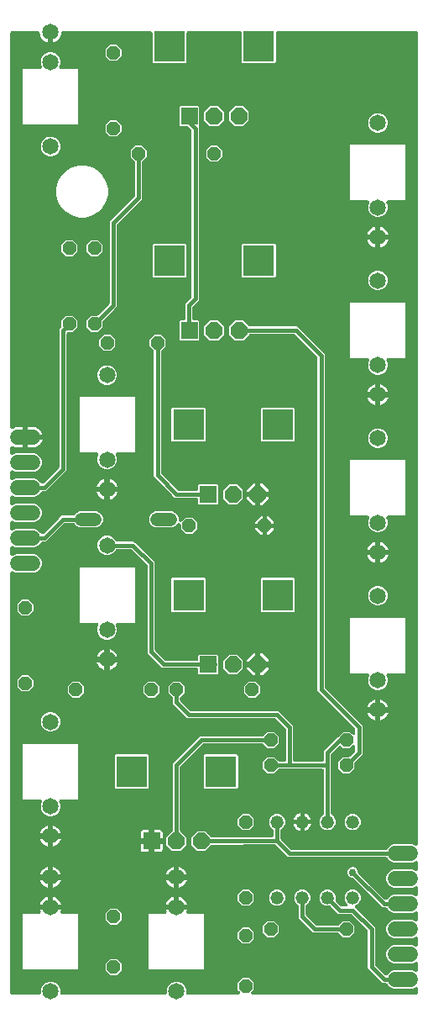
<source format=gtl>
G04 EAGLE Gerber RS-274X export*
G75*
%MOMM*%
%FSLAX34Y34*%
%LPD*%
%INTop Copper*%
%IPPOS*%
%AMOC8*
5,1,8,0,0,1.08239X$1,22.5*%
G01*
%ADD10P,1.429621X8X202.500000*%
%ADD11P,1.429621X8X112.500000*%
%ADD12R,1.676400X1.676400*%
%ADD13P,1.814519X8X292.500000*%
%ADD14R,3.116000X3.116000*%
%ADD15C,1.650000*%
%ADD16C,1.320800*%
%ADD17C,1.320800*%
%ADD18C,1.524000*%
%ADD19P,1.429621X8X22.500000*%
%ADD20C,0.756400*%
%ADD21C,0.406400*%

G36*
X39012Y10163D02*
X39012Y10163D01*
X39030Y10161D01*
X39212Y10182D01*
X39395Y10201D01*
X39412Y10206D01*
X39429Y10208D01*
X39604Y10265D01*
X39780Y10319D01*
X39795Y10327D01*
X39812Y10333D01*
X39972Y10423D01*
X40134Y10511D01*
X40147Y10522D01*
X40163Y10531D01*
X40302Y10651D01*
X40443Y10768D01*
X40454Y10782D01*
X40468Y10794D01*
X40580Y10939D01*
X40695Y11082D01*
X40703Y11098D01*
X40714Y11112D01*
X40796Y11277D01*
X40881Y11439D01*
X40886Y11456D01*
X40894Y11472D01*
X40941Y11651D01*
X40992Y11826D01*
X40994Y11844D01*
X40998Y11861D01*
X41025Y12192D01*
X41025Y15444D01*
X42513Y19037D01*
X45263Y21787D01*
X47000Y22506D01*
X48856Y23275D01*
X52744Y23275D01*
X56337Y21787D01*
X59087Y19037D01*
X60575Y15444D01*
X60575Y12192D01*
X60577Y12174D01*
X60575Y12156D01*
X60596Y11974D01*
X60615Y11791D01*
X60620Y11774D01*
X60622Y11757D01*
X60679Y11582D01*
X60733Y11406D01*
X60741Y11391D01*
X60747Y11374D01*
X60837Y11214D01*
X60925Y11052D01*
X60936Y11039D01*
X60945Y11023D01*
X61065Y10884D01*
X61182Y10743D01*
X61196Y10732D01*
X61208Y10718D01*
X61353Y10606D01*
X61496Y10491D01*
X61512Y10483D01*
X61526Y10472D01*
X61691Y10390D01*
X61853Y10305D01*
X61870Y10300D01*
X61886Y10292D01*
X62065Y10245D01*
X62240Y10194D01*
X62258Y10192D01*
X62275Y10188D01*
X62606Y10161D01*
X165994Y10161D01*
X166012Y10163D01*
X166030Y10161D01*
X166212Y10182D01*
X166395Y10201D01*
X166412Y10206D01*
X166429Y10208D01*
X166604Y10265D01*
X166780Y10319D01*
X166795Y10327D01*
X166812Y10333D01*
X166972Y10423D01*
X167134Y10511D01*
X167147Y10522D01*
X167163Y10531D01*
X167302Y10651D01*
X167443Y10768D01*
X167454Y10782D01*
X167468Y10794D01*
X167580Y10939D01*
X167695Y11082D01*
X167703Y11098D01*
X167714Y11112D01*
X167796Y11277D01*
X167881Y11439D01*
X167886Y11456D01*
X167894Y11472D01*
X167941Y11651D01*
X167992Y11826D01*
X167994Y11844D01*
X167998Y11861D01*
X168025Y12192D01*
X168025Y15444D01*
X169513Y19037D01*
X172263Y21787D01*
X174000Y22506D01*
X175856Y23275D01*
X179744Y23275D01*
X183337Y21787D01*
X186087Y19037D01*
X187575Y15444D01*
X187575Y12192D01*
X187577Y12174D01*
X187575Y12156D01*
X187596Y11974D01*
X187615Y11791D01*
X187620Y11774D01*
X187622Y11757D01*
X187679Y11582D01*
X187733Y11406D01*
X187741Y11391D01*
X187747Y11374D01*
X187837Y11214D01*
X187925Y11052D01*
X187936Y11039D01*
X187945Y11023D01*
X188065Y10884D01*
X188182Y10743D01*
X188196Y10732D01*
X188208Y10718D01*
X188353Y10606D01*
X188496Y10491D01*
X188512Y10483D01*
X188526Y10472D01*
X188691Y10390D01*
X188853Y10305D01*
X188870Y10300D01*
X188886Y10292D01*
X189065Y10245D01*
X189240Y10194D01*
X189258Y10192D01*
X189275Y10188D01*
X189606Y10161D01*
X240140Y10161D01*
X240148Y10162D01*
X240157Y10161D01*
X240349Y10182D01*
X240540Y10201D01*
X240549Y10203D01*
X240558Y10204D01*
X240740Y10262D01*
X240925Y10319D01*
X240933Y10323D01*
X240942Y10326D01*
X241110Y10419D01*
X241279Y10511D01*
X241286Y10516D01*
X241294Y10521D01*
X241441Y10645D01*
X241588Y10768D01*
X241594Y10775D01*
X241601Y10781D01*
X241720Y10932D01*
X241841Y11082D01*
X241845Y11090D01*
X241850Y11097D01*
X241938Y11270D01*
X242026Y11439D01*
X242029Y11448D01*
X242033Y11456D01*
X242085Y11642D01*
X242138Y11826D01*
X242138Y11835D01*
X242141Y11844D01*
X242155Y12037D01*
X242171Y12228D01*
X242170Y12236D01*
X242170Y12245D01*
X242146Y12438D01*
X242124Y12627D01*
X242121Y12636D01*
X242120Y12645D01*
X242058Y12828D01*
X241999Y13010D01*
X241994Y13018D01*
X241992Y13026D01*
X241896Y13192D01*
X241801Y13361D01*
X241795Y13368D01*
X241791Y13375D01*
X241576Y13628D01*
X239521Y15683D01*
X239521Y22417D01*
X244283Y27179D01*
X251017Y27179D01*
X255779Y22417D01*
X255779Y15683D01*
X253724Y13628D01*
X253718Y13621D01*
X253712Y13616D01*
X253591Y13466D01*
X253469Y13317D01*
X253465Y13309D01*
X253459Y13302D01*
X253371Y13132D01*
X253280Y12961D01*
X253278Y12952D01*
X253274Y12945D01*
X253221Y12760D01*
X253166Y12575D01*
X253165Y12566D01*
X253162Y12558D01*
X253147Y12367D01*
X253129Y12174D01*
X253130Y12165D01*
X253129Y12156D01*
X253152Y11967D01*
X253173Y11774D01*
X253175Y11765D01*
X253176Y11757D01*
X253236Y11575D01*
X253294Y11390D01*
X253298Y11382D01*
X253301Y11374D01*
X253396Y11205D01*
X253489Y11038D01*
X253495Y11031D01*
X253499Y11023D01*
X253625Y10877D01*
X253749Y10731D01*
X253756Y10725D01*
X253762Y10718D01*
X253914Y10601D01*
X254065Y10481D01*
X254073Y10477D01*
X254080Y10472D01*
X254252Y10386D01*
X254424Y10299D01*
X254433Y10296D01*
X254441Y10292D01*
X254627Y10242D01*
X254812Y10191D01*
X254821Y10190D01*
X254830Y10188D01*
X255160Y10161D01*
X419608Y10161D01*
X419626Y10163D01*
X419644Y10161D01*
X419826Y10182D01*
X420009Y10201D01*
X420026Y10206D01*
X420043Y10208D01*
X420218Y10265D01*
X420394Y10319D01*
X420409Y10327D01*
X420426Y10333D01*
X420586Y10423D01*
X420748Y10511D01*
X420761Y10522D01*
X420777Y10531D01*
X420916Y10651D01*
X421057Y10768D01*
X421068Y10782D01*
X421082Y10794D01*
X421194Y10939D01*
X421309Y11082D01*
X421317Y11098D01*
X421328Y11112D01*
X421410Y11277D01*
X421495Y11439D01*
X421500Y11456D01*
X421508Y11472D01*
X421555Y11651D01*
X421606Y11826D01*
X421608Y11844D01*
X421612Y11861D01*
X421639Y12192D01*
X421639Y15618D01*
X421638Y15631D01*
X421639Y15644D01*
X421618Y15831D01*
X421599Y16018D01*
X421595Y16031D01*
X421594Y16045D01*
X421536Y16223D01*
X421481Y16403D01*
X421475Y16415D01*
X421471Y16428D01*
X421379Y16592D01*
X421289Y16757D01*
X421281Y16768D01*
X421274Y16779D01*
X421152Y16923D01*
X421032Y17067D01*
X421021Y17075D01*
X421013Y17085D01*
X420864Y17201D01*
X420718Y17319D01*
X420706Y17325D01*
X420696Y17333D01*
X420527Y17418D01*
X420361Y17504D01*
X420348Y17508D01*
X420336Y17514D01*
X420154Y17564D01*
X419974Y17616D01*
X419960Y17617D01*
X419947Y17621D01*
X419759Y17633D01*
X419572Y17649D01*
X419559Y17647D01*
X419546Y17648D01*
X419358Y17624D01*
X419173Y17602D01*
X419160Y17598D01*
X419147Y17596D01*
X418831Y17494D01*
X415839Y16255D01*
X396961Y16255D01*
X393600Y17647D01*
X391027Y20220D01*
X390874Y20589D01*
X390864Y20609D01*
X390857Y20630D01*
X390769Y20786D01*
X390684Y20944D01*
X390670Y20961D01*
X390659Y20981D01*
X390542Y21117D01*
X390428Y21255D01*
X390411Y21269D01*
X390396Y21286D01*
X390255Y21395D01*
X390115Y21508D01*
X390095Y21519D01*
X390078Y21532D01*
X389918Y21612D01*
X389759Y21695D01*
X389737Y21702D01*
X389717Y21712D01*
X389544Y21758D01*
X389372Y21808D01*
X389350Y21810D01*
X389329Y21816D01*
X388998Y21843D01*
X385877Y21843D01*
X371093Y36627D01*
X371093Y73885D01*
X371091Y73912D01*
X371093Y73939D01*
X371071Y74112D01*
X371053Y74286D01*
X371046Y74311D01*
X371042Y74338D01*
X370987Y74504D01*
X370935Y74671D01*
X370922Y74694D01*
X370914Y74720D01*
X370827Y74871D01*
X370743Y75025D01*
X370726Y75045D01*
X370713Y75069D01*
X370498Y75322D01*
X354722Y91098D01*
X354701Y91115D01*
X354683Y91136D01*
X354546Y91243D01*
X354410Y91353D01*
X354387Y91366D01*
X354365Y91382D01*
X354208Y91460D01*
X354054Y91542D01*
X354029Y91550D01*
X354005Y91562D01*
X353835Y91607D01*
X353669Y91657D01*
X353642Y91659D01*
X353616Y91666D01*
X353285Y91693D01*
X341427Y91693D01*
X333824Y99296D01*
X333807Y99310D01*
X333793Y99327D01*
X333651Y99437D01*
X333513Y99551D01*
X333493Y99561D01*
X333476Y99575D01*
X333315Y99656D01*
X333157Y99739D01*
X333136Y99746D01*
X333116Y99756D01*
X332943Y99803D01*
X332771Y99854D01*
X332749Y99856D01*
X332727Y99862D01*
X332550Y99874D01*
X332370Y99890D01*
X332348Y99888D01*
X332326Y99890D01*
X332149Y99866D01*
X331970Y99847D01*
X331949Y99840D01*
X331927Y99837D01*
X331876Y99821D01*
X328583Y99821D01*
X325595Y101059D01*
X323309Y103345D01*
X322071Y106333D01*
X322071Y109567D01*
X323309Y112555D01*
X325595Y114841D01*
X328257Y115944D01*
X328583Y116079D01*
X331817Y116079D01*
X334805Y114841D01*
X337091Y112555D01*
X338329Y109567D01*
X338329Y106257D01*
X338298Y106154D01*
X338296Y106132D01*
X338290Y106110D01*
X338276Y105931D01*
X338260Y105753D01*
X338262Y105731D01*
X338260Y105709D01*
X338283Y105530D01*
X338301Y105353D01*
X338308Y105331D01*
X338311Y105309D01*
X338368Y105139D01*
X338421Y104968D01*
X338432Y104949D01*
X338439Y104927D01*
X338528Y104772D01*
X338614Y104615D01*
X338629Y104598D01*
X338640Y104579D01*
X338854Y104326D01*
X343778Y99402D01*
X343799Y99385D01*
X343817Y99364D01*
X343954Y99257D01*
X344090Y99147D01*
X344113Y99134D01*
X344135Y99118D01*
X344292Y99040D01*
X344446Y98958D01*
X344471Y98950D01*
X344495Y98938D01*
X344665Y98893D01*
X344831Y98843D01*
X344858Y98841D01*
X344884Y98834D01*
X345215Y98807D01*
X348344Y98807D01*
X348352Y98808D01*
X348361Y98807D01*
X348553Y98828D01*
X348744Y98847D01*
X348753Y98849D01*
X348762Y98850D01*
X348944Y98908D01*
X349129Y98965D01*
X349137Y98969D01*
X349146Y98972D01*
X349314Y99065D01*
X349483Y99157D01*
X349490Y99162D01*
X349498Y99167D01*
X349646Y99292D01*
X349792Y99414D01*
X349798Y99421D01*
X349805Y99427D01*
X349924Y99578D01*
X350045Y99728D01*
X350049Y99736D01*
X350054Y99743D01*
X350141Y99914D01*
X350230Y100085D01*
X350233Y100094D01*
X350237Y100102D01*
X350289Y100288D01*
X350342Y100472D01*
X350342Y100481D01*
X350345Y100490D01*
X350359Y100682D01*
X350375Y100874D01*
X350374Y100882D01*
X350374Y100891D01*
X350350Y101084D01*
X350328Y101273D01*
X350325Y101282D01*
X350324Y101291D01*
X350262Y101474D01*
X350203Y101656D01*
X350198Y101664D01*
X350196Y101672D01*
X350100Y101838D01*
X350005Y102007D01*
X349999Y102014D01*
X349995Y102021D01*
X349780Y102274D01*
X348709Y103345D01*
X347471Y106333D01*
X347471Y109567D01*
X348709Y112555D01*
X350995Y114841D01*
X353657Y115944D01*
X353983Y116079D01*
X357217Y116079D01*
X360205Y114841D01*
X362491Y112555D01*
X363729Y109567D01*
X363729Y106333D01*
X362491Y103345D01*
X360205Y101059D01*
X359207Y100645D01*
X359195Y100639D01*
X359182Y100635D01*
X359018Y100544D01*
X358852Y100455D01*
X358841Y100447D01*
X358830Y100440D01*
X358686Y100318D01*
X358541Y100199D01*
X358533Y100188D01*
X358523Y100180D01*
X358407Y100033D01*
X358288Y99886D01*
X358281Y99874D01*
X358273Y99864D01*
X358188Y99697D01*
X358100Y99530D01*
X358097Y99517D01*
X358091Y99505D01*
X358040Y99324D01*
X357987Y99143D01*
X357986Y99130D01*
X357983Y99117D01*
X357969Y98928D01*
X357953Y98742D01*
X357954Y98729D01*
X357953Y98715D01*
X357977Y98528D01*
X357998Y98342D01*
X358002Y98329D01*
X358004Y98316D01*
X358064Y98137D01*
X358121Y97959D01*
X358128Y97947D01*
X358132Y97934D01*
X358226Y97772D01*
X358317Y97607D01*
X358326Y97597D01*
X358333Y97585D01*
X358548Y97332D01*
X359752Y96128D01*
X378207Y77673D01*
X378207Y40415D01*
X378209Y40388D01*
X378207Y40361D01*
X378229Y40187D01*
X378247Y40014D01*
X378254Y39989D01*
X378258Y39962D01*
X378313Y39796D01*
X378365Y39629D01*
X378378Y39606D01*
X378386Y39580D01*
X378473Y39429D01*
X378557Y39275D01*
X378574Y39255D01*
X378587Y39231D01*
X378802Y38978D01*
X387757Y30023D01*
X387767Y30015D01*
X387776Y30004D01*
X387923Y29887D01*
X388068Y29768D01*
X388080Y29762D01*
X388091Y29753D01*
X388258Y29668D01*
X388424Y29579D01*
X388437Y29576D01*
X388449Y29570D01*
X388630Y29518D01*
X388810Y29465D01*
X388823Y29463D01*
X388836Y29460D01*
X389022Y29445D01*
X389211Y29428D01*
X389224Y29430D01*
X389238Y29429D01*
X389423Y29451D01*
X389611Y29472D01*
X389624Y29476D01*
X389637Y29477D01*
X389816Y29537D01*
X389995Y29593D01*
X390007Y29600D01*
X390019Y29604D01*
X390183Y29697D01*
X390347Y29788D01*
X390357Y29797D01*
X390369Y29803D01*
X390511Y29927D01*
X390654Y30049D01*
X390663Y30059D01*
X390673Y30068D01*
X390788Y30217D01*
X390904Y30364D01*
X390910Y30376D01*
X390918Y30387D01*
X391007Y30559D01*
X393600Y33153D01*
X396961Y34545D01*
X415839Y34545D01*
X418831Y33306D01*
X418844Y33302D01*
X418855Y33296D01*
X419036Y33244D01*
X419216Y33189D01*
X419229Y33188D01*
X419242Y33184D01*
X419430Y33169D01*
X419617Y33151D01*
X419630Y33152D01*
X419644Y33151D01*
X419831Y33173D01*
X420017Y33193D01*
X420030Y33197D01*
X420043Y33198D01*
X420223Y33257D01*
X420402Y33312D01*
X420413Y33319D01*
X420426Y33323D01*
X420591Y33416D01*
X420755Y33506D01*
X420765Y33514D01*
X420777Y33521D01*
X420919Y33644D01*
X421063Y33765D01*
X421071Y33775D01*
X421082Y33784D01*
X421197Y33933D01*
X421314Y34080D01*
X421320Y34092D01*
X421328Y34102D01*
X421412Y34271D01*
X421498Y34438D01*
X421502Y34451D01*
X421508Y34463D01*
X421557Y34646D01*
X421608Y34825D01*
X421609Y34838D01*
X421612Y34851D01*
X421639Y35182D01*
X421639Y41018D01*
X421638Y41031D01*
X421639Y41044D01*
X421618Y41231D01*
X421599Y41418D01*
X421595Y41431D01*
X421594Y41445D01*
X421536Y41623D01*
X421481Y41803D01*
X421475Y41815D01*
X421471Y41828D01*
X421379Y41992D01*
X421289Y42157D01*
X421281Y42168D01*
X421274Y42179D01*
X421152Y42323D01*
X421032Y42467D01*
X421021Y42475D01*
X421013Y42485D01*
X420864Y42601D01*
X420718Y42719D01*
X420706Y42725D01*
X420696Y42733D01*
X420527Y42818D01*
X420361Y42904D01*
X420348Y42908D01*
X420336Y42914D01*
X420154Y42964D01*
X419974Y43016D01*
X419960Y43017D01*
X419947Y43021D01*
X419759Y43033D01*
X419572Y43049D01*
X419559Y43047D01*
X419546Y43048D01*
X419358Y43024D01*
X419173Y43002D01*
X419160Y42998D01*
X419147Y42996D01*
X418831Y42894D01*
X415839Y41655D01*
X396961Y41655D01*
X393600Y43047D01*
X391027Y45620D01*
X389635Y48981D01*
X389635Y52619D01*
X391027Y55980D01*
X393600Y58553D01*
X394846Y59069D01*
X396961Y59945D01*
X415839Y59945D01*
X418831Y58706D01*
X418844Y58702D01*
X418855Y58696D01*
X419036Y58644D01*
X419216Y58589D01*
X419229Y58588D01*
X419242Y58584D01*
X419430Y58569D01*
X419617Y58551D01*
X419630Y58552D01*
X419644Y58551D01*
X419831Y58573D01*
X420017Y58593D01*
X420030Y58597D01*
X420043Y58598D01*
X420223Y58657D01*
X420402Y58712D01*
X420413Y58719D01*
X420426Y58723D01*
X420591Y58816D01*
X420755Y58906D01*
X420765Y58914D01*
X420777Y58921D01*
X420919Y59044D01*
X421063Y59165D01*
X421071Y59175D01*
X421082Y59184D01*
X421197Y59333D01*
X421314Y59480D01*
X421320Y59492D01*
X421328Y59502D01*
X421412Y59671D01*
X421498Y59838D01*
X421502Y59851D01*
X421508Y59863D01*
X421557Y60046D01*
X421608Y60225D01*
X421609Y60238D01*
X421612Y60251D01*
X421639Y60582D01*
X421639Y66418D01*
X421638Y66431D01*
X421639Y66444D01*
X421618Y66631D01*
X421599Y66818D01*
X421595Y66831D01*
X421594Y66845D01*
X421536Y67023D01*
X421481Y67203D01*
X421475Y67215D01*
X421471Y67228D01*
X421379Y67392D01*
X421289Y67557D01*
X421281Y67568D01*
X421274Y67579D01*
X421152Y67723D01*
X421032Y67867D01*
X421021Y67875D01*
X421013Y67885D01*
X420864Y68001D01*
X420718Y68119D01*
X420706Y68125D01*
X420696Y68133D01*
X420527Y68218D01*
X420361Y68304D01*
X420348Y68308D01*
X420336Y68314D01*
X420154Y68364D01*
X419974Y68416D01*
X419960Y68417D01*
X419947Y68421D01*
X419759Y68433D01*
X419572Y68449D01*
X419559Y68447D01*
X419546Y68448D01*
X419358Y68424D01*
X419173Y68402D01*
X419160Y68398D01*
X419147Y68396D01*
X418831Y68294D01*
X415839Y67055D01*
X396961Y67055D01*
X393600Y68447D01*
X391027Y71020D01*
X389635Y74381D01*
X389635Y78019D01*
X391027Y81380D01*
X393600Y83953D01*
X396961Y85345D01*
X415839Y85345D01*
X418831Y84106D01*
X418844Y84102D01*
X418855Y84096D01*
X419036Y84044D01*
X419216Y83989D01*
X419229Y83988D01*
X419242Y83984D01*
X419430Y83969D01*
X419617Y83951D01*
X419630Y83952D01*
X419644Y83951D01*
X419831Y83973D01*
X420017Y83993D01*
X420030Y83997D01*
X420043Y83998D01*
X420223Y84057D01*
X420402Y84112D01*
X420413Y84119D01*
X420426Y84123D01*
X420591Y84216D01*
X420755Y84306D01*
X420765Y84314D01*
X420777Y84321D01*
X420919Y84444D01*
X421063Y84565D01*
X421071Y84575D01*
X421082Y84584D01*
X421197Y84733D01*
X421314Y84880D01*
X421320Y84892D01*
X421328Y84902D01*
X421412Y85071D01*
X421498Y85238D01*
X421502Y85251D01*
X421508Y85263D01*
X421557Y85446D01*
X421608Y85625D01*
X421609Y85638D01*
X421612Y85651D01*
X421639Y85982D01*
X421639Y91818D01*
X421638Y91831D01*
X421639Y91844D01*
X421618Y92031D01*
X421599Y92218D01*
X421595Y92231D01*
X421594Y92245D01*
X421536Y92423D01*
X421481Y92603D01*
X421475Y92615D01*
X421471Y92628D01*
X421379Y92792D01*
X421289Y92957D01*
X421281Y92968D01*
X421274Y92979D01*
X421152Y93123D01*
X421032Y93267D01*
X421021Y93275D01*
X421013Y93285D01*
X420864Y93401D01*
X420718Y93519D01*
X420706Y93525D01*
X420696Y93533D01*
X420527Y93618D01*
X420361Y93704D01*
X420348Y93708D01*
X420336Y93714D01*
X420154Y93764D01*
X419974Y93816D01*
X419960Y93817D01*
X419947Y93821D01*
X419759Y93833D01*
X419572Y93849D01*
X419559Y93847D01*
X419546Y93848D01*
X419358Y93824D01*
X419173Y93802D01*
X419160Y93798D01*
X419147Y93796D01*
X418831Y93694D01*
X417840Y93284D01*
X415839Y92455D01*
X396961Y92455D01*
X393600Y93847D01*
X391027Y96420D01*
X390874Y96789D01*
X390864Y96809D01*
X390857Y96830D01*
X390769Y96986D01*
X390684Y97144D01*
X390670Y97161D01*
X390659Y97181D01*
X390542Y97317D01*
X390428Y97455D01*
X390411Y97469D01*
X390396Y97486D01*
X390255Y97595D01*
X390115Y97708D01*
X390095Y97719D01*
X390078Y97732D01*
X389918Y97812D01*
X389759Y97895D01*
X389737Y97902D01*
X389717Y97912D01*
X389544Y97958D01*
X389372Y98008D01*
X389350Y98010D01*
X389329Y98016D01*
X388998Y98043D01*
X385877Y98043D01*
X356472Y127448D01*
X356451Y127465D01*
X356433Y127486D01*
X356296Y127593D01*
X356160Y127703D01*
X356137Y127716D01*
X356115Y127732D01*
X355958Y127810D01*
X355804Y127892D01*
X355779Y127900D01*
X355755Y127912D01*
X355585Y127957D01*
X355419Y128007D01*
X355392Y128009D01*
X355366Y128016D01*
X355035Y128043D01*
X354544Y128043D01*
X352594Y128851D01*
X351101Y130344D01*
X350293Y132294D01*
X350293Y134406D01*
X351101Y136356D01*
X352594Y137849D01*
X353653Y138287D01*
X353653Y138288D01*
X354544Y138657D01*
X356656Y138657D01*
X358606Y137849D01*
X360099Y136356D01*
X360907Y134406D01*
X360907Y133915D01*
X360909Y133888D01*
X360907Y133861D01*
X360929Y133687D01*
X360947Y133514D01*
X360954Y133489D01*
X360958Y133462D01*
X361013Y133296D01*
X361065Y133129D01*
X361078Y133106D01*
X361086Y133080D01*
X361173Y132929D01*
X361257Y132775D01*
X361274Y132755D01*
X361287Y132731D01*
X361502Y132478D01*
X387757Y106223D01*
X387767Y106215D01*
X387776Y106204D01*
X387786Y106196D01*
X387794Y106187D01*
X387926Y106085D01*
X388068Y105968D01*
X388080Y105962D01*
X388091Y105953D01*
X388104Y105947D01*
X388112Y105940D01*
X388243Y105875D01*
X388258Y105867D01*
X388424Y105779D01*
X388437Y105776D01*
X388449Y105770D01*
X388465Y105765D01*
X388472Y105761D01*
X388591Y105729D01*
X388630Y105718D01*
X388810Y105665D01*
X388823Y105663D01*
X388836Y105660D01*
X388854Y105658D01*
X388861Y105657D01*
X389192Y105629D01*
X389194Y105629D01*
X389196Y105630D01*
X389211Y105628D01*
X389224Y105630D01*
X389238Y105629D01*
X389423Y105651D01*
X389540Y105664D01*
X389594Y105669D01*
X389597Y105670D01*
X389611Y105672D01*
X389624Y105676D01*
X389637Y105677D01*
X389816Y105736D01*
X389908Y105766D01*
X389979Y105788D01*
X389982Y105789D01*
X389995Y105793D01*
X390007Y105800D01*
X390019Y105804D01*
X390183Y105897D01*
X390248Y105933D01*
X390333Y105979D01*
X390337Y105982D01*
X390347Y105988D01*
X390357Y105997D01*
X390369Y106003D01*
X390511Y106127D01*
X390549Y106159D01*
X390642Y106237D01*
X390646Y106241D01*
X390654Y106249D01*
X390663Y106259D01*
X390673Y106268D01*
X390788Y106417D01*
X390800Y106433D01*
X390895Y106551D01*
X390898Y106557D01*
X390904Y106564D01*
X390910Y106576D01*
X390918Y106587D01*
X391007Y106759D01*
X393600Y109353D01*
X396961Y110745D01*
X415839Y110745D01*
X418831Y109506D01*
X418844Y109502D01*
X418855Y109496D01*
X419036Y109444D01*
X419216Y109389D01*
X419229Y109388D01*
X419242Y109384D01*
X419430Y109369D01*
X419617Y109351D01*
X419630Y109352D01*
X419644Y109351D01*
X419831Y109373D01*
X420017Y109393D01*
X420030Y109397D01*
X420043Y109398D01*
X420223Y109457D01*
X420402Y109512D01*
X420413Y109519D01*
X420426Y109523D01*
X420591Y109616D01*
X420755Y109706D01*
X420765Y109714D01*
X420777Y109721D01*
X420919Y109844D01*
X421063Y109965D01*
X421071Y109975D01*
X421082Y109984D01*
X421196Y110132D01*
X421314Y110280D01*
X421320Y110292D01*
X421328Y110302D01*
X421412Y110471D01*
X421498Y110638D01*
X421502Y110651D01*
X421508Y110663D01*
X421557Y110846D01*
X421608Y111025D01*
X421609Y111038D01*
X421612Y111051D01*
X421639Y111382D01*
X421639Y117218D01*
X421638Y117231D01*
X421639Y117244D01*
X421618Y117431D01*
X421599Y117618D01*
X421595Y117631D01*
X421594Y117645D01*
X421536Y117823D01*
X421481Y118003D01*
X421475Y118015D01*
X421471Y118028D01*
X421379Y118192D01*
X421289Y118357D01*
X421281Y118368D01*
X421274Y118379D01*
X421152Y118523D01*
X421032Y118667D01*
X421021Y118675D01*
X421013Y118685D01*
X420864Y118801D01*
X420718Y118919D01*
X420706Y118925D01*
X420696Y118933D01*
X420527Y119018D01*
X420361Y119104D01*
X420348Y119108D01*
X420336Y119114D01*
X420154Y119164D01*
X419974Y119216D01*
X419960Y119217D01*
X419947Y119221D01*
X419759Y119233D01*
X419572Y119249D01*
X419559Y119247D01*
X419546Y119248D01*
X419358Y119224D01*
X419173Y119202D01*
X419160Y119198D01*
X419147Y119196D01*
X418831Y119094D01*
X415839Y117855D01*
X396961Y117855D01*
X393600Y119247D01*
X391027Y121820D01*
X389635Y125181D01*
X389635Y128819D01*
X391027Y132180D01*
X393600Y134753D01*
X396961Y136145D01*
X415839Y136145D01*
X418831Y134906D01*
X418844Y134902D01*
X418855Y134896D01*
X419036Y134844D01*
X419216Y134789D01*
X419229Y134788D01*
X419242Y134784D01*
X419430Y134769D01*
X419617Y134751D01*
X419630Y134752D01*
X419644Y134751D01*
X419831Y134773D01*
X420017Y134793D01*
X420030Y134797D01*
X420043Y134798D01*
X420223Y134857D01*
X420402Y134912D01*
X420413Y134919D01*
X420426Y134923D01*
X420591Y135016D01*
X420755Y135106D01*
X420765Y135114D01*
X420777Y135121D01*
X420919Y135244D01*
X421063Y135365D01*
X421071Y135375D01*
X421082Y135384D01*
X421197Y135533D01*
X421314Y135680D01*
X421320Y135692D01*
X421328Y135702D01*
X421412Y135871D01*
X421498Y136038D01*
X421502Y136051D01*
X421508Y136063D01*
X421557Y136246D01*
X421608Y136425D01*
X421609Y136438D01*
X421612Y136451D01*
X421639Y136782D01*
X421639Y142618D01*
X421638Y142631D01*
X421639Y142644D01*
X421618Y142831D01*
X421599Y143018D01*
X421595Y143031D01*
X421594Y143045D01*
X421536Y143223D01*
X421481Y143403D01*
X421475Y143415D01*
X421471Y143428D01*
X421379Y143592D01*
X421289Y143757D01*
X421281Y143768D01*
X421274Y143779D01*
X421152Y143923D01*
X421032Y144067D01*
X421021Y144075D01*
X421013Y144085D01*
X420864Y144201D01*
X420718Y144319D01*
X420706Y144325D01*
X420696Y144333D01*
X420527Y144418D01*
X420361Y144504D01*
X420348Y144508D01*
X420336Y144514D01*
X420154Y144564D01*
X419974Y144616D01*
X419960Y144617D01*
X419947Y144621D01*
X419759Y144633D01*
X419572Y144649D01*
X419559Y144647D01*
X419546Y144648D01*
X419358Y144624D01*
X419173Y144602D01*
X419160Y144598D01*
X419147Y144596D01*
X418831Y144494D01*
X415839Y143255D01*
X396961Y143255D01*
X393600Y144647D01*
X391027Y147220D01*
X390874Y147589D01*
X390864Y147609D01*
X390857Y147630D01*
X390769Y147786D01*
X390684Y147944D01*
X390670Y147961D01*
X390659Y147981D01*
X390542Y148117D01*
X390428Y148255D01*
X390411Y148269D01*
X390396Y148286D01*
X390255Y148395D01*
X390115Y148508D01*
X390095Y148519D01*
X390078Y148532D01*
X389918Y148612D01*
X389759Y148695D01*
X389737Y148702D01*
X389717Y148712D01*
X389544Y148758D01*
X389372Y148808D01*
X389350Y148810D01*
X389329Y148816D01*
X388998Y148843D01*
X293962Y148843D01*
X293952Y148842D01*
X293941Y148843D01*
X293752Y148822D01*
X293645Y148812D01*
X291688Y148843D01*
X291673Y148842D01*
X291655Y148843D01*
X290193Y148843D01*
X289177Y149893D01*
X289165Y149903D01*
X289154Y149916D01*
X287794Y151276D01*
X287793Y151277D01*
X287787Y151285D01*
X287782Y151294D01*
X287571Y151551D01*
X278496Y160921D01*
X278462Y160950D01*
X278433Y160984D01*
X278309Y161079D01*
X278189Y161181D01*
X278150Y161202D01*
X278114Y161230D01*
X277974Y161299D01*
X277836Y161375D01*
X277794Y161388D01*
X277753Y161408D01*
X277602Y161449D01*
X277452Y161496D01*
X277408Y161501D01*
X277364Y161512D01*
X277105Y161533D01*
X277052Y161539D01*
X277044Y161538D01*
X277033Y161539D01*
X214113Y161415D01*
X214088Y161413D01*
X214064Y161415D01*
X213888Y161393D01*
X213712Y161375D01*
X213689Y161367D01*
X213664Y161364D01*
X213496Y161308D01*
X213328Y161256D01*
X213306Y161244D01*
X213283Y161236D01*
X213129Y161148D01*
X212974Y161063D01*
X212955Y161048D01*
X212934Y161035D01*
X212681Y160820D01*
X206903Y155043D01*
X198697Y155043D01*
X192893Y160847D01*
X192893Y169053D01*
X198697Y174857D01*
X206903Y174857D01*
X212636Y169124D01*
X212659Y169106D01*
X212678Y169084D01*
X212814Y168978D01*
X212948Y168869D01*
X212973Y168855D01*
X212996Y168838D01*
X213151Y168761D01*
X213304Y168680D01*
X213331Y168672D01*
X213357Y168659D01*
X213524Y168615D01*
X213690Y168565D01*
X213718Y168563D01*
X213746Y168555D01*
X214077Y168529D01*
X273816Y168646D01*
X273832Y168647D01*
X273848Y168646D01*
X274032Y168668D01*
X274217Y168686D01*
X274232Y168691D01*
X274247Y168693D01*
X274424Y168751D01*
X274601Y168805D01*
X274615Y168813D01*
X274630Y168818D01*
X274792Y168909D01*
X274955Y168998D01*
X274967Y169008D01*
X274981Y169016D01*
X275122Y169137D01*
X275264Y169256D01*
X275273Y169269D01*
X275286Y169279D01*
X275399Y169425D01*
X275515Y169570D01*
X275523Y169585D01*
X275532Y169597D01*
X275615Y169763D01*
X275700Y169928D01*
X275705Y169943D01*
X275712Y169958D01*
X275760Y170137D01*
X275811Y170315D01*
X275812Y170331D01*
X275816Y170346D01*
X275843Y170677D01*
X275843Y175468D01*
X275841Y175490D01*
X275843Y175512D01*
X275821Y175689D01*
X275803Y175868D01*
X275797Y175889D01*
X275794Y175912D01*
X275738Y176081D01*
X275685Y176253D01*
X275675Y176273D01*
X275668Y176294D01*
X275579Y176449D01*
X275493Y176607D01*
X275479Y176624D01*
X275468Y176644D01*
X275350Y176779D01*
X275236Y176916D01*
X275218Y176930D01*
X275204Y176947D01*
X275062Y177056D01*
X274922Y177169D01*
X274902Y177179D01*
X274884Y177193D01*
X274838Y177217D01*
X272509Y179545D01*
X271271Y182533D01*
X271271Y185767D01*
X272509Y188755D01*
X274795Y191041D01*
X277783Y192279D01*
X281017Y192279D01*
X284005Y191041D01*
X286291Y188755D01*
X287529Y185767D01*
X287529Y182533D01*
X286291Y179545D01*
X283951Y177205D01*
X283856Y177154D01*
X283839Y177140D01*
X283819Y177129D01*
X283684Y177012D01*
X283545Y176898D01*
X283531Y176880D01*
X283514Y176866D01*
X283405Y176724D01*
X283292Y176585D01*
X283281Y176565D01*
X283268Y176548D01*
X283188Y176387D01*
X283105Y176228D01*
X283098Y176207D01*
X283088Y176187D01*
X283042Y176013D01*
X282992Y175842D01*
X282990Y175820D01*
X282984Y175798D01*
X282957Y175468D01*
X282957Y167362D01*
X282958Y167352D01*
X282957Y167342D01*
X282978Y167151D01*
X282997Y166962D01*
X283000Y166952D01*
X283001Y166941D01*
X283059Y166760D01*
X283115Y166577D01*
X283120Y166568D01*
X283123Y166558D01*
X283216Y166390D01*
X283307Y166223D01*
X283313Y166215D01*
X283318Y166206D01*
X283529Y165949D01*
X292608Y156575D01*
X292641Y156547D01*
X292669Y156514D01*
X292794Y156417D01*
X292915Y156315D01*
X292953Y156294D01*
X292987Y156268D01*
X293129Y156197D01*
X293268Y156121D01*
X293309Y156108D01*
X293348Y156088D01*
X293501Y156047D01*
X293652Y156000D01*
X293695Y155995D01*
X293736Y155984D01*
X294007Y155962D01*
X294052Y155957D01*
X294059Y155957D01*
X294067Y155957D01*
X388998Y155957D01*
X389020Y155959D01*
X389042Y155957D01*
X389220Y155979D01*
X389398Y155997D01*
X389420Y156003D01*
X389442Y156006D01*
X389612Y156062D01*
X389783Y156115D01*
X389803Y156125D01*
X389824Y156132D01*
X389980Y156221D01*
X390137Y156307D01*
X390155Y156321D01*
X390174Y156332D01*
X390309Y156450D01*
X390447Y156564D01*
X390461Y156582D01*
X390477Y156596D01*
X390587Y156739D01*
X390699Y156878D01*
X390709Y156898D01*
X390723Y156916D01*
X390874Y157211D01*
X391027Y157580D01*
X393600Y160153D01*
X396961Y161545D01*
X415839Y161545D01*
X418831Y160306D01*
X418844Y160302D01*
X418855Y160296D01*
X419036Y160244D01*
X419216Y160189D01*
X419229Y160188D01*
X419242Y160184D01*
X419430Y160169D01*
X419617Y160151D01*
X419630Y160152D01*
X419644Y160151D01*
X419831Y160173D01*
X420017Y160193D01*
X420030Y160197D01*
X420043Y160198D01*
X420223Y160257D01*
X420402Y160312D01*
X420413Y160319D01*
X420426Y160323D01*
X420591Y160416D01*
X420755Y160506D01*
X420765Y160514D01*
X420777Y160521D01*
X420919Y160644D01*
X421063Y160765D01*
X421071Y160775D01*
X421082Y160784D01*
X421197Y160933D01*
X421314Y161080D01*
X421320Y161092D01*
X421328Y161102D01*
X421412Y161271D01*
X421498Y161438D01*
X421502Y161451D01*
X421508Y161463D01*
X421557Y161646D01*
X421608Y161825D01*
X421609Y161838D01*
X421612Y161851D01*
X421639Y162182D01*
X421639Y978408D01*
X421637Y978426D01*
X421639Y978444D01*
X421618Y978626D01*
X421599Y978809D01*
X421594Y978826D01*
X421592Y978843D01*
X421535Y979018D01*
X421481Y979194D01*
X421473Y979209D01*
X421467Y979226D01*
X421377Y979386D01*
X421289Y979548D01*
X421278Y979561D01*
X421269Y979577D01*
X421149Y979716D01*
X421032Y979857D01*
X421018Y979868D01*
X421006Y979882D01*
X420861Y979994D01*
X420718Y980109D01*
X420702Y980117D01*
X420688Y980128D01*
X420523Y980210D01*
X420361Y980295D01*
X420344Y980300D01*
X420328Y980308D01*
X420149Y980355D01*
X419974Y980406D01*
X419956Y980408D01*
X419939Y980412D01*
X419608Y980439D01*
X280036Y980439D01*
X280018Y980437D01*
X280000Y980439D01*
X279818Y980418D01*
X279635Y980399D01*
X279618Y980394D01*
X279601Y980392D01*
X279426Y980335D01*
X279250Y980281D01*
X279235Y980273D01*
X279218Y980267D01*
X279058Y980177D01*
X278896Y980089D01*
X278883Y980078D01*
X278867Y980069D01*
X278728Y979949D01*
X278587Y979832D01*
X278576Y979818D01*
X278562Y979806D01*
X278450Y979661D01*
X278335Y979518D01*
X278327Y979502D01*
X278316Y979488D01*
X278234Y979323D01*
X278149Y979161D01*
X278144Y979144D01*
X278136Y979128D01*
X278089Y978949D01*
X278038Y978774D01*
X278036Y978756D01*
X278032Y978739D01*
X278005Y978408D01*
X278005Y948988D01*
X277112Y948095D01*
X244688Y948095D01*
X243795Y948988D01*
X243795Y978408D01*
X243793Y978426D01*
X243795Y978444D01*
X243774Y978626D01*
X243755Y978809D01*
X243750Y978826D01*
X243748Y978843D01*
X243691Y979018D01*
X243637Y979194D01*
X243629Y979209D01*
X243623Y979226D01*
X243533Y979386D01*
X243445Y979548D01*
X243434Y979561D01*
X243425Y979577D01*
X243305Y979716D01*
X243188Y979857D01*
X243174Y979868D01*
X243162Y979882D01*
X243017Y979994D01*
X242874Y980109D01*
X242858Y980117D01*
X242844Y980128D01*
X242679Y980210D01*
X242517Y980295D01*
X242500Y980300D01*
X242484Y980308D01*
X242305Y980355D01*
X242130Y980406D01*
X242112Y980408D01*
X242095Y980412D01*
X241764Y980439D01*
X190036Y980439D01*
X190018Y980437D01*
X190000Y980439D01*
X189818Y980418D01*
X189635Y980399D01*
X189618Y980394D01*
X189601Y980392D01*
X189426Y980335D01*
X189250Y980281D01*
X189235Y980273D01*
X189218Y980267D01*
X189058Y980177D01*
X188896Y980089D01*
X188883Y980078D01*
X188867Y980069D01*
X188728Y979949D01*
X188587Y979832D01*
X188576Y979818D01*
X188562Y979806D01*
X188450Y979661D01*
X188335Y979518D01*
X188327Y979502D01*
X188316Y979488D01*
X188234Y979323D01*
X188149Y979161D01*
X188144Y979144D01*
X188136Y979128D01*
X188089Y978949D01*
X188038Y978774D01*
X188036Y978756D01*
X188032Y978739D01*
X188005Y978408D01*
X188005Y948988D01*
X187112Y948095D01*
X154688Y948095D01*
X153795Y948988D01*
X153795Y978408D01*
X153793Y978426D01*
X153795Y978444D01*
X153774Y978626D01*
X153755Y978809D01*
X153750Y978826D01*
X153748Y978843D01*
X153691Y979018D01*
X153637Y979194D01*
X153629Y979209D01*
X153623Y979226D01*
X153533Y979386D01*
X153445Y979548D01*
X153434Y979561D01*
X153425Y979577D01*
X153305Y979716D01*
X153188Y979857D01*
X153174Y979868D01*
X153162Y979882D01*
X153017Y979994D01*
X152874Y980109D01*
X152858Y980117D01*
X152844Y980128D01*
X152679Y980210D01*
X152517Y980295D01*
X152500Y980300D01*
X152484Y980308D01*
X152305Y980355D01*
X152130Y980406D01*
X152112Y980408D01*
X152095Y980412D01*
X151764Y980439D01*
X63622Y980439D01*
X63604Y980437D01*
X63586Y980439D01*
X63404Y980418D01*
X63221Y980399D01*
X63204Y980394D01*
X63187Y980392D01*
X63012Y980335D01*
X62836Y980281D01*
X62821Y980273D01*
X62804Y980267D01*
X62644Y980177D01*
X62482Y980089D01*
X62469Y980078D01*
X62453Y980069D01*
X62314Y979949D01*
X62173Y979832D01*
X62162Y979818D01*
X62148Y979806D01*
X62036Y979661D01*
X61921Y979518D01*
X61913Y979502D01*
X61902Y979488D01*
X61820Y979323D01*
X61735Y979161D01*
X61730Y979144D01*
X61722Y979128D01*
X61700Y979044D01*
X61694Y979031D01*
X61674Y978946D01*
X61624Y978774D01*
X61622Y978756D01*
X61618Y978739D01*
X61615Y978704D01*
X61325Y976873D01*
X60800Y975258D01*
X60029Y973744D01*
X59031Y972370D01*
X57830Y971169D01*
X56456Y970171D01*
X54942Y969400D01*
X53549Y968947D01*
X53549Y978408D01*
X53547Y978426D01*
X53549Y978444D01*
X53528Y978626D01*
X53509Y978809D01*
X53504Y978826D01*
X53502Y978843D01*
X53445Y979018D01*
X53391Y979194D01*
X53383Y979209D01*
X53377Y979226D01*
X53287Y979386D01*
X53199Y979548D01*
X53188Y979561D01*
X53179Y979577D01*
X53059Y979716D01*
X52942Y979857D01*
X52928Y979868D01*
X52916Y979882D01*
X52771Y979994D01*
X52628Y980109D01*
X52612Y980117D01*
X52598Y980128D01*
X52433Y980210D01*
X52271Y980295D01*
X52254Y980300D01*
X52238Y980308D01*
X52059Y980355D01*
X51884Y980406D01*
X51866Y980408D01*
X51849Y980412D01*
X51518Y980439D01*
X50082Y980439D01*
X50064Y980437D01*
X50046Y980439D01*
X49864Y980418D01*
X49681Y980399D01*
X49664Y980394D01*
X49647Y980392D01*
X49472Y980335D01*
X49296Y980281D01*
X49281Y980273D01*
X49264Y980267D01*
X49104Y980177D01*
X48942Y980089D01*
X48929Y980078D01*
X48913Y980069D01*
X48774Y979949D01*
X48633Y979832D01*
X48622Y979818D01*
X48608Y979806D01*
X48496Y979661D01*
X48381Y979518D01*
X48373Y979502D01*
X48362Y979488D01*
X48280Y979323D01*
X48195Y979161D01*
X48190Y979144D01*
X48182Y979128D01*
X48134Y978949D01*
X48084Y978774D01*
X48082Y978756D01*
X48078Y978739D01*
X48051Y978408D01*
X48051Y968947D01*
X46658Y969400D01*
X45144Y970171D01*
X43770Y971169D01*
X42569Y972370D01*
X41571Y973744D01*
X40800Y975258D01*
X40275Y976873D01*
X39984Y978709D01*
X39976Y978739D01*
X39969Y978809D01*
X39964Y978826D01*
X39962Y978843D01*
X39905Y979018D01*
X39892Y979061D01*
X39882Y979098D01*
X39878Y979107D01*
X39851Y979194D01*
X39843Y979209D01*
X39837Y979226D01*
X39747Y979386D01*
X39659Y979548D01*
X39648Y979561D01*
X39639Y979577D01*
X39519Y979716D01*
X39402Y979857D01*
X39388Y979868D01*
X39376Y979882D01*
X39231Y979994D01*
X39088Y980109D01*
X39072Y980117D01*
X39058Y980128D01*
X38893Y980210D01*
X38731Y980295D01*
X38714Y980300D01*
X38698Y980308D01*
X38519Y980355D01*
X38344Y980406D01*
X38326Y980408D01*
X38309Y980412D01*
X37978Y980439D01*
X12192Y980439D01*
X12174Y980437D01*
X12156Y980439D01*
X11974Y980418D01*
X11791Y980399D01*
X11774Y980394D01*
X11757Y980392D01*
X11582Y980335D01*
X11406Y980281D01*
X11391Y980273D01*
X11374Y980267D01*
X11214Y980177D01*
X11052Y980089D01*
X11039Y980078D01*
X11023Y980069D01*
X10884Y979949D01*
X10743Y979832D01*
X10732Y979818D01*
X10718Y979806D01*
X10606Y979661D01*
X10491Y979518D01*
X10483Y979502D01*
X10472Y979488D01*
X10390Y979323D01*
X10305Y979161D01*
X10300Y979144D01*
X10292Y979128D01*
X10245Y978949D01*
X10194Y978774D01*
X10192Y978756D01*
X10188Y978739D01*
X10161Y978408D01*
X10161Y582336D01*
X10170Y582243D01*
X10169Y582150D01*
X10190Y582043D01*
X10201Y581936D01*
X10228Y581846D01*
X10246Y581755D01*
X10287Y581654D01*
X10319Y581551D01*
X10363Y581469D01*
X10399Y581382D01*
X10459Y581292D01*
X10511Y581197D01*
X10570Y581125D01*
X10622Y581047D01*
X10699Y580971D01*
X10768Y580887D01*
X10841Y580829D01*
X10907Y580763D01*
X10998Y580703D01*
X11082Y580635D01*
X11165Y580592D01*
X11242Y580540D01*
X11343Y580499D01*
X11439Y580449D01*
X11529Y580424D01*
X11615Y580388D01*
X11722Y580368D01*
X11826Y580338D01*
X11919Y580330D01*
X12011Y580313D01*
X12119Y580314D01*
X12228Y580305D01*
X12320Y580316D01*
X12413Y580317D01*
X12520Y580339D01*
X12627Y580352D01*
X12716Y580381D01*
X12807Y580400D01*
X12931Y580451D01*
X13010Y580477D01*
X13053Y580501D01*
X13114Y580526D01*
X13880Y580916D01*
X15401Y581411D01*
X16980Y581661D01*
X22861Y581661D01*
X22861Y572008D01*
X22862Y571990D01*
X22861Y571973D01*
X22882Y571790D01*
X22901Y571608D01*
X22906Y571591D01*
X22908Y571573D01*
X22933Y571495D01*
X22894Y571358D01*
X22892Y571340D01*
X22888Y571323D01*
X22861Y570992D01*
X22861Y561339D01*
X16980Y561339D01*
X15401Y561589D01*
X13880Y562084D01*
X13114Y562474D01*
X13027Y562508D01*
X12945Y562551D01*
X12840Y562581D01*
X12739Y562620D01*
X12647Y562636D01*
X12558Y562662D01*
X12449Y562671D01*
X12343Y562690D01*
X12249Y562687D01*
X12156Y562695D01*
X12049Y562682D01*
X11940Y562679D01*
X11849Y562659D01*
X11757Y562648D01*
X11653Y562614D01*
X11547Y562590D01*
X11462Y562552D01*
X11374Y562523D01*
X11279Y562470D01*
X11180Y562425D01*
X11104Y562371D01*
X11023Y562325D01*
X10941Y562254D01*
X10853Y562191D01*
X10789Y562123D01*
X10718Y562062D01*
X10652Y561976D01*
X10578Y561897D01*
X10529Y561817D01*
X10472Y561744D01*
X10423Y561647D01*
X10366Y561554D01*
X10334Y561467D01*
X10292Y561383D01*
X10264Y561278D01*
X10227Y561177D01*
X10212Y561085D01*
X10188Y560995D01*
X10177Y560861D01*
X10164Y560779D01*
X10166Y560729D01*
X10161Y560664D01*
X10161Y555882D01*
X10162Y555869D01*
X10161Y555856D01*
X10182Y555669D01*
X10201Y555482D01*
X10205Y555469D01*
X10206Y555455D01*
X10264Y555277D01*
X10319Y555097D01*
X10325Y555085D01*
X10329Y555072D01*
X10421Y554908D01*
X10511Y554743D01*
X10519Y554732D01*
X10526Y554721D01*
X10648Y554577D01*
X10768Y554433D01*
X10779Y554425D01*
X10787Y554415D01*
X10936Y554299D01*
X11082Y554181D01*
X11094Y554175D01*
X11104Y554167D01*
X11273Y554082D01*
X11439Y553996D01*
X11452Y553992D01*
X11464Y553986D01*
X11646Y553936D01*
X11826Y553884D01*
X11840Y553883D01*
X11853Y553879D01*
X12041Y553867D01*
X12228Y553851D01*
X12241Y553853D01*
X12254Y553852D01*
X12442Y553876D01*
X12627Y553898D01*
X12640Y553902D01*
X12653Y553904D01*
X12969Y554006D01*
X14631Y554694D01*
X15961Y555245D01*
X34839Y555245D01*
X38200Y553853D01*
X40773Y551280D01*
X42165Y547919D01*
X42165Y544281D01*
X40773Y540920D01*
X38200Y538347D01*
X37670Y538128D01*
X37669Y538128D01*
X34839Y536955D01*
X15961Y536955D01*
X12969Y538194D01*
X12956Y538198D01*
X12945Y538204D01*
X12764Y538256D01*
X12584Y538311D01*
X12571Y538312D01*
X12558Y538316D01*
X12370Y538331D01*
X12183Y538349D01*
X12170Y538348D01*
X12156Y538349D01*
X11969Y538327D01*
X11783Y538307D01*
X11770Y538303D01*
X11757Y538302D01*
X11577Y538243D01*
X11398Y538188D01*
X11387Y538181D01*
X11374Y538177D01*
X11209Y538084D01*
X11045Y537994D01*
X11035Y537986D01*
X11023Y537979D01*
X10881Y537856D01*
X10737Y537735D01*
X10729Y537725D01*
X10718Y537716D01*
X10603Y537567D01*
X10486Y537420D01*
X10480Y537408D01*
X10472Y537398D01*
X10388Y537229D01*
X10302Y537062D01*
X10298Y537049D01*
X10292Y537037D01*
X10243Y536854D01*
X10192Y536675D01*
X10191Y536662D01*
X10188Y536649D01*
X10161Y536318D01*
X10161Y530482D01*
X10162Y530469D01*
X10161Y530456D01*
X10182Y530268D01*
X10201Y530082D01*
X10205Y530069D01*
X10206Y530055D01*
X10264Y529877D01*
X10319Y529697D01*
X10325Y529685D01*
X10329Y529672D01*
X10421Y529508D01*
X10511Y529343D01*
X10519Y529332D01*
X10526Y529321D01*
X10648Y529177D01*
X10768Y529033D01*
X10779Y529025D01*
X10787Y529015D01*
X10936Y528899D01*
X11082Y528781D01*
X11094Y528775D01*
X11104Y528767D01*
X11273Y528682D01*
X11439Y528596D01*
X11452Y528592D01*
X11464Y528586D01*
X11646Y528536D01*
X11826Y528484D01*
X11840Y528483D01*
X11853Y528479D01*
X12041Y528467D01*
X12228Y528451D01*
X12241Y528453D01*
X12254Y528452D01*
X12442Y528476D01*
X12627Y528498D01*
X12640Y528502D01*
X12653Y528504D01*
X12969Y528606D01*
X15961Y529845D01*
X34839Y529845D01*
X38200Y528453D01*
X40797Y525856D01*
X40832Y525793D01*
X40920Y525627D01*
X40929Y525617D01*
X40935Y525605D01*
X41057Y525462D01*
X41177Y525317D01*
X41187Y525308D01*
X41196Y525298D01*
X41344Y525181D01*
X41490Y525063D01*
X41501Y525057D01*
X41512Y525049D01*
X41680Y524963D01*
X41846Y524876D01*
X41859Y524872D01*
X41871Y524866D01*
X42052Y524816D01*
X42232Y524763D01*
X42246Y524762D01*
X42259Y524758D01*
X42447Y524744D01*
X42634Y524728D01*
X42647Y524730D01*
X42660Y524729D01*
X42849Y524753D01*
X43034Y524774D01*
X43046Y524778D01*
X43060Y524779D01*
X43238Y524839D01*
X43417Y524897D01*
X43429Y524903D01*
X43441Y524908D01*
X43604Y525001D01*
X43768Y525093D01*
X43779Y525102D01*
X43790Y525108D01*
X44043Y525323D01*
X59348Y540628D01*
X59365Y540649D01*
X59386Y540667D01*
X59493Y540804D01*
X59603Y540940D01*
X59616Y540963D01*
X59632Y540985D01*
X59710Y541142D01*
X59792Y541296D01*
X59800Y541321D01*
X59812Y541345D01*
X59857Y541515D01*
X59907Y541681D01*
X59909Y541708D01*
X59916Y541734D01*
X59943Y542065D01*
X59943Y680923D01*
X61126Y682106D01*
X61143Y682127D01*
X61164Y682144D01*
X61271Y682282D01*
X61381Y682418D01*
X61394Y682441D01*
X61410Y682463D01*
X61488Y682619D01*
X61570Y682773D01*
X61578Y682799D01*
X61590Y682823D01*
X61635Y682992D01*
X61685Y683159D01*
X61687Y683186D01*
X61694Y683212D01*
X61721Y683543D01*
X61721Y689167D01*
X66483Y693929D01*
X73217Y693929D01*
X77979Y689167D01*
X77979Y682433D01*
X73217Y677671D01*
X69088Y677671D01*
X69070Y677669D01*
X69052Y677671D01*
X68870Y677650D01*
X68687Y677631D01*
X68670Y677626D01*
X68653Y677624D01*
X68478Y677567D01*
X68302Y677513D01*
X68287Y677505D01*
X68270Y677499D01*
X68110Y677409D01*
X67948Y677321D01*
X67935Y677310D01*
X67919Y677301D01*
X67780Y677181D01*
X67639Y677064D01*
X67628Y677050D01*
X67614Y677038D01*
X67502Y676893D01*
X67387Y676750D01*
X67379Y676734D01*
X67368Y676720D01*
X67286Y676555D01*
X67201Y676393D01*
X67196Y676376D01*
X67188Y676360D01*
X67141Y676181D01*
X67090Y676006D01*
X67088Y675988D01*
X67084Y675971D01*
X67057Y675640D01*
X67057Y538277D01*
X45923Y517143D01*
X42802Y517143D01*
X42780Y517141D01*
X42758Y517143D01*
X42580Y517121D01*
X42402Y517103D01*
X42380Y517097D01*
X42358Y517094D01*
X42188Y517038D01*
X42017Y516985D01*
X41997Y516975D01*
X41976Y516968D01*
X41820Y516879D01*
X41663Y516793D01*
X41645Y516779D01*
X41626Y516768D01*
X41491Y516650D01*
X41353Y516536D01*
X41339Y516518D01*
X41323Y516504D01*
X41213Y516361D01*
X41101Y516222D01*
X41091Y516202D01*
X41077Y516184D01*
X40926Y515889D01*
X40773Y515520D01*
X38200Y512947D01*
X34839Y511555D01*
X15961Y511555D01*
X12969Y512794D01*
X12956Y512798D01*
X12945Y512804D01*
X12764Y512856D01*
X12584Y512911D01*
X12571Y512912D01*
X12558Y512916D01*
X12370Y512931D01*
X12183Y512949D01*
X12170Y512948D01*
X12156Y512949D01*
X11969Y512927D01*
X11783Y512907D01*
X11770Y512903D01*
X11757Y512902D01*
X11577Y512843D01*
X11398Y512788D01*
X11387Y512781D01*
X11374Y512777D01*
X11209Y512684D01*
X11045Y512594D01*
X11035Y512586D01*
X11023Y512579D01*
X10881Y512456D01*
X10737Y512335D01*
X10729Y512325D01*
X10718Y512316D01*
X10603Y512167D01*
X10486Y512020D01*
X10480Y512008D01*
X10472Y511998D01*
X10388Y511829D01*
X10302Y511662D01*
X10298Y511649D01*
X10292Y511637D01*
X10243Y511454D01*
X10192Y511275D01*
X10191Y511262D01*
X10188Y511249D01*
X10161Y510918D01*
X10161Y505082D01*
X10162Y505069D01*
X10161Y505056D01*
X10182Y504869D01*
X10201Y504682D01*
X10205Y504669D01*
X10206Y504655D01*
X10264Y504477D01*
X10319Y504297D01*
X10325Y504285D01*
X10329Y504272D01*
X10421Y504108D01*
X10511Y503943D01*
X10519Y503932D01*
X10526Y503921D01*
X10648Y503777D01*
X10768Y503633D01*
X10779Y503625D01*
X10787Y503615D01*
X10936Y503499D01*
X11082Y503381D01*
X11094Y503375D01*
X11104Y503367D01*
X11273Y503282D01*
X11439Y503196D01*
X11452Y503192D01*
X11464Y503186D01*
X11646Y503136D01*
X11826Y503084D01*
X11840Y503083D01*
X11853Y503079D01*
X12041Y503067D01*
X12228Y503051D01*
X12241Y503053D01*
X12254Y503052D01*
X12442Y503076D01*
X12627Y503098D01*
X12640Y503102D01*
X12653Y503104D01*
X12969Y503206D01*
X15961Y504445D01*
X34839Y504445D01*
X38200Y503053D01*
X40773Y500480D01*
X42165Y497119D01*
X42165Y493481D01*
X40773Y490120D01*
X38200Y487547D01*
X34839Y486155D01*
X15961Y486155D01*
X12969Y487394D01*
X12956Y487398D01*
X12945Y487404D01*
X12764Y487456D01*
X12584Y487511D01*
X12571Y487512D01*
X12558Y487516D01*
X12370Y487531D01*
X12183Y487549D01*
X12170Y487548D01*
X12156Y487549D01*
X11969Y487527D01*
X11783Y487507D01*
X11770Y487503D01*
X11757Y487502D01*
X11577Y487443D01*
X11398Y487388D01*
X11387Y487381D01*
X11374Y487377D01*
X11209Y487284D01*
X11045Y487194D01*
X11035Y487186D01*
X11023Y487179D01*
X10881Y487056D01*
X10737Y486935D01*
X10729Y486925D01*
X10718Y486916D01*
X10603Y486767D01*
X10486Y486620D01*
X10480Y486608D01*
X10472Y486598D01*
X10388Y486429D01*
X10302Y486262D01*
X10298Y486249D01*
X10292Y486237D01*
X10243Y486054D01*
X10192Y485875D01*
X10191Y485862D01*
X10188Y485849D01*
X10161Y485518D01*
X10161Y479682D01*
X10162Y479669D01*
X10161Y479656D01*
X10182Y479469D01*
X10201Y479282D01*
X10205Y479269D01*
X10206Y479255D01*
X10264Y479077D01*
X10319Y478897D01*
X10325Y478885D01*
X10329Y478872D01*
X10421Y478708D01*
X10511Y478543D01*
X10519Y478532D01*
X10526Y478521D01*
X10648Y478377D01*
X10768Y478233D01*
X10779Y478225D01*
X10787Y478215D01*
X10936Y478099D01*
X11082Y477981D01*
X11094Y477975D01*
X11104Y477967D01*
X11273Y477882D01*
X11439Y477796D01*
X11452Y477792D01*
X11464Y477786D01*
X11646Y477736D01*
X11826Y477684D01*
X11840Y477683D01*
X11853Y477679D01*
X12041Y477667D01*
X12228Y477651D01*
X12241Y477653D01*
X12254Y477652D01*
X12442Y477676D01*
X12627Y477698D01*
X12640Y477702D01*
X12653Y477704D01*
X12969Y477806D01*
X15961Y479045D01*
X34839Y479045D01*
X38200Y477653D01*
X40797Y475056D01*
X40832Y474993D01*
X40920Y474827D01*
X40929Y474817D01*
X40935Y474805D01*
X41057Y474662D01*
X41177Y474517D01*
X41187Y474508D01*
X41196Y474498D01*
X41344Y474381D01*
X41490Y474263D01*
X41501Y474257D01*
X41512Y474249D01*
X41680Y474163D01*
X41846Y474076D01*
X41859Y474072D01*
X41871Y474066D01*
X42052Y474016D01*
X42232Y473963D01*
X42246Y473962D01*
X42259Y473958D01*
X42447Y473944D01*
X42634Y473928D01*
X42647Y473930D01*
X42660Y473929D01*
X42849Y473953D01*
X43034Y473974D01*
X43046Y473978D01*
X43060Y473979D01*
X43238Y474039D01*
X43417Y474097D01*
X43429Y474103D01*
X43441Y474108D01*
X43604Y474201D01*
X43768Y474293D01*
X43779Y474302D01*
X43790Y474308D01*
X44043Y474523D01*
X59348Y489828D01*
X62027Y492507D01*
X73614Y492507D01*
X73636Y492509D01*
X73658Y492507D01*
X73835Y492529D01*
X74014Y492547D01*
X74035Y492553D01*
X74058Y492556D01*
X74227Y492612D01*
X74399Y492665D01*
X74419Y492675D01*
X74440Y492682D01*
X74595Y492771D01*
X74753Y492857D01*
X74770Y492871D01*
X74790Y492882D01*
X74925Y493000D01*
X75062Y493114D01*
X75076Y493132D01*
X75093Y493146D01*
X75202Y493288D01*
X75315Y493428D01*
X75325Y493448D01*
X75339Y493466D01*
X75363Y493512D01*
X77691Y495841D01*
X80679Y497079D01*
X97121Y497079D01*
X100109Y495841D01*
X102395Y493555D01*
X103633Y490567D01*
X103633Y487333D01*
X102395Y484345D01*
X100109Y482059D01*
X98163Y481253D01*
X98162Y481253D01*
X97121Y480821D01*
X80679Y480821D01*
X77691Y482059D01*
X75351Y484399D01*
X75300Y484494D01*
X75286Y484511D01*
X75275Y484531D01*
X75158Y484666D01*
X75044Y484805D01*
X75026Y484819D01*
X75012Y484836D01*
X74871Y484945D01*
X74731Y485058D01*
X74711Y485069D01*
X74694Y485082D01*
X74533Y485162D01*
X74374Y485245D01*
X74353Y485252D01*
X74333Y485262D01*
X74159Y485308D01*
X73988Y485358D01*
X73966Y485360D01*
X73944Y485366D01*
X73614Y485393D01*
X65815Y485393D01*
X65788Y485391D01*
X65761Y485393D01*
X65587Y485371D01*
X65414Y485353D01*
X65389Y485346D01*
X65362Y485342D01*
X65196Y485287D01*
X65029Y485235D01*
X65006Y485222D01*
X64980Y485214D01*
X64829Y485127D01*
X64675Y485043D01*
X64655Y485026D01*
X64631Y485013D01*
X64378Y484798D01*
X45923Y466343D01*
X42802Y466343D01*
X42780Y466341D01*
X42758Y466343D01*
X42580Y466321D01*
X42402Y466303D01*
X42380Y466297D01*
X42358Y466294D01*
X42188Y466238D01*
X42017Y466185D01*
X41997Y466175D01*
X41976Y466168D01*
X41820Y466079D01*
X41663Y465993D01*
X41645Y465979D01*
X41626Y465968D01*
X41491Y465850D01*
X41353Y465736D01*
X41339Y465718D01*
X41323Y465704D01*
X41213Y465561D01*
X41101Y465422D01*
X41091Y465402D01*
X41077Y465384D01*
X40926Y465089D01*
X40773Y464720D01*
X38200Y462147D01*
X34839Y460755D01*
X15961Y460755D01*
X12969Y461994D01*
X12956Y461998D01*
X12945Y462004D01*
X12764Y462056D01*
X12584Y462111D01*
X12571Y462112D01*
X12558Y462116D01*
X12370Y462131D01*
X12183Y462149D01*
X12170Y462148D01*
X12156Y462149D01*
X11969Y462127D01*
X11783Y462107D01*
X11770Y462103D01*
X11757Y462102D01*
X11577Y462043D01*
X11398Y461988D01*
X11387Y461981D01*
X11374Y461977D01*
X11209Y461884D01*
X11045Y461794D01*
X11035Y461786D01*
X11023Y461779D01*
X10881Y461656D01*
X10737Y461535D01*
X10729Y461525D01*
X10718Y461516D01*
X10603Y461367D01*
X10486Y461220D01*
X10480Y461208D01*
X10472Y461198D01*
X10388Y461029D01*
X10302Y460862D01*
X10298Y460849D01*
X10292Y460837D01*
X10243Y460654D01*
X10192Y460475D01*
X10191Y460462D01*
X10188Y460449D01*
X10161Y460118D01*
X10161Y454282D01*
X10162Y454269D01*
X10161Y454256D01*
X10182Y454069D01*
X10201Y453882D01*
X10205Y453869D01*
X10206Y453855D01*
X10264Y453677D01*
X10319Y453497D01*
X10325Y453485D01*
X10329Y453472D01*
X10421Y453308D01*
X10511Y453143D01*
X10519Y453132D01*
X10526Y453121D01*
X10648Y452977D01*
X10768Y452833D01*
X10779Y452825D01*
X10787Y452815D01*
X10936Y452699D01*
X11082Y452581D01*
X11094Y452575D01*
X11104Y452567D01*
X11273Y452482D01*
X11439Y452396D01*
X11452Y452392D01*
X11464Y452386D01*
X11646Y452336D01*
X11826Y452284D01*
X11840Y452283D01*
X11853Y452279D01*
X12041Y452267D01*
X12228Y452251D01*
X12241Y452253D01*
X12254Y452252D01*
X12442Y452276D01*
X12627Y452298D01*
X12640Y452302D01*
X12653Y452304D01*
X12969Y452406D01*
X14721Y453131D01*
X15961Y453645D01*
X34839Y453645D01*
X38200Y452253D01*
X40773Y449680D01*
X42165Y446319D01*
X42165Y442681D01*
X40773Y439320D01*
X38200Y436747D01*
X37760Y436565D01*
X34839Y435355D01*
X15961Y435355D01*
X12969Y436594D01*
X12956Y436598D01*
X12945Y436604D01*
X12764Y436656D01*
X12584Y436711D01*
X12571Y436712D01*
X12558Y436716D01*
X12370Y436731D01*
X12183Y436749D01*
X12170Y436748D01*
X12156Y436749D01*
X11969Y436727D01*
X11783Y436707D01*
X11770Y436703D01*
X11757Y436702D01*
X11577Y436643D01*
X11398Y436588D01*
X11387Y436581D01*
X11374Y436577D01*
X11209Y436484D01*
X11045Y436394D01*
X11035Y436386D01*
X11023Y436379D01*
X10881Y436256D01*
X10737Y436135D01*
X10729Y436125D01*
X10718Y436116D01*
X10603Y435967D01*
X10486Y435820D01*
X10480Y435808D01*
X10472Y435798D01*
X10388Y435629D01*
X10302Y435462D01*
X10298Y435449D01*
X10292Y435437D01*
X10243Y435254D01*
X10192Y435075D01*
X10191Y435062D01*
X10188Y435049D01*
X10161Y434718D01*
X10161Y12192D01*
X10163Y12174D01*
X10161Y12156D01*
X10182Y11974D01*
X10201Y11791D01*
X10206Y11774D01*
X10208Y11757D01*
X10265Y11582D01*
X10319Y11406D01*
X10327Y11391D01*
X10333Y11374D01*
X10423Y11214D01*
X10511Y11052D01*
X10522Y11039D01*
X10531Y11023D01*
X10651Y10884D01*
X10768Y10743D01*
X10782Y10732D01*
X10794Y10718D01*
X10939Y10606D01*
X11082Y10491D01*
X11098Y10483D01*
X11112Y10472D01*
X11277Y10390D01*
X11439Y10305D01*
X11456Y10300D01*
X11472Y10292D01*
X11651Y10245D01*
X11826Y10194D01*
X11844Y10192D01*
X11861Y10188D01*
X12192Y10161D01*
X38994Y10161D01*
X39012Y10163D01*
G37*
%LPC*%
G36*
X328583Y176021D02*
X328583Y176021D01*
X325595Y177259D01*
X323309Y179545D01*
X322071Y182533D01*
X322071Y185767D01*
X323309Y188755D01*
X325649Y191095D01*
X325744Y191146D01*
X325761Y191160D01*
X325781Y191171D01*
X325916Y191288D01*
X326055Y191402D01*
X326069Y191420D01*
X326086Y191434D01*
X326195Y191576D01*
X326308Y191715D01*
X326319Y191735D01*
X326332Y191752D01*
X326412Y191913D01*
X326495Y192072D01*
X326502Y192093D01*
X326512Y192113D01*
X326558Y192287D01*
X326608Y192458D01*
X326610Y192480D01*
X326616Y192502D01*
X326643Y192832D01*
X326643Y235712D01*
X326641Y235730D01*
X326643Y235748D01*
X326622Y235930D01*
X326603Y236113D01*
X326598Y236130D01*
X326596Y236147D01*
X326539Y236322D01*
X326485Y236498D01*
X326477Y236513D01*
X326471Y236530D01*
X326381Y236690D01*
X326293Y236852D01*
X326282Y236865D01*
X326273Y236881D01*
X326153Y237020D01*
X326036Y237161D01*
X326022Y237172D01*
X326010Y237186D01*
X325865Y237298D01*
X325722Y237413D01*
X325706Y237421D01*
X325692Y237432D01*
X325527Y237514D01*
X325365Y237599D01*
X325348Y237604D01*
X325332Y237612D01*
X325153Y237659D01*
X324978Y237710D01*
X324960Y237712D01*
X324943Y237716D01*
X324612Y237743D01*
X281830Y237743D01*
X281804Y237741D01*
X281777Y237743D01*
X281603Y237721D01*
X281430Y237703D01*
X281404Y237696D01*
X281378Y237692D01*
X281212Y237636D01*
X281045Y237585D01*
X281021Y237572D01*
X280996Y237564D01*
X280844Y237477D01*
X280691Y237393D01*
X280670Y237376D01*
X280647Y237363D01*
X280394Y237148D01*
X276417Y233171D01*
X269683Y233171D01*
X264921Y237933D01*
X264921Y244667D01*
X269683Y249429D01*
X276417Y249429D01*
X280394Y245452D01*
X280415Y245435D01*
X280432Y245414D01*
X280570Y245307D01*
X280706Y245197D01*
X280729Y245184D01*
X280750Y245168D01*
X280907Y245090D01*
X281061Y245008D01*
X281087Y245000D01*
X281111Y244988D01*
X281280Y244943D01*
X281447Y244893D01*
X281474Y244891D01*
X281500Y244884D01*
X281830Y244857D01*
X286512Y244857D01*
X286530Y244859D01*
X286548Y244857D01*
X286730Y244878D01*
X286913Y244897D01*
X286930Y244902D01*
X286947Y244904D01*
X287122Y244961D01*
X287298Y245015D01*
X287313Y245023D01*
X287330Y245029D01*
X287490Y245119D01*
X287652Y245207D01*
X287665Y245218D01*
X287681Y245227D01*
X287820Y245347D01*
X287961Y245464D01*
X287972Y245478D01*
X287986Y245490D01*
X288098Y245635D01*
X288213Y245778D01*
X288221Y245794D01*
X288232Y245808D01*
X288314Y245973D01*
X288399Y246135D01*
X288404Y246152D01*
X288412Y246168D01*
X288459Y246347D01*
X288510Y246522D01*
X288512Y246540D01*
X288516Y246557D01*
X288543Y246888D01*
X288543Y277085D01*
X288541Y277112D01*
X288543Y277139D01*
X288521Y277313D01*
X288503Y277486D01*
X288496Y277511D01*
X288492Y277538D01*
X288437Y277704D01*
X288385Y277871D01*
X288372Y277894D01*
X288364Y277920D01*
X288277Y278071D01*
X288193Y278225D01*
X288176Y278245D01*
X288163Y278269D01*
X287948Y278522D01*
X278522Y287948D01*
X278501Y287965D01*
X278483Y287986D01*
X278346Y288093D01*
X278210Y288203D01*
X278187Y288216D01*
X278165Y288232D01*
X278009Y288310D01*
X277854Y288392D01*
X277829Y288400D01*
X277805Y288412D01*
X277635Y288457D01*
X277469Y288507D01*
X277442Y288509D01*
X277416Y288516D01*
X277085Y288543D01*
X189027Y288543D01*
X174243Y303327D01*
X174243Y308720D01*
X174241Y308746D01*
X174243Y308773D01*
X174221Y308947D01*
X174203Y309120D01*
X174196Y309146D01*
X174192Y309172D01*
X174136Y309338D01*
X174085Y309505D01*
X174072Y309529D01*
X174064Y309554D01*
X173977Y309706D01*
X173893Y309859D01*
X173876Y309880D01*
X173863Y309903D01*
X173648Y310156D01*
X169671Y314133D01*
X169671Y320867D01*
X174433Y325629D01*
X181167Y325629D01*
X185929Y320867D01*
X185929Y314133D01*
X181952Y310156D01*
X181935Y310135D01*
X181914Y310118D01*
X181807Y309980D01*
X181697Y309844D01*
X181684Y309821D01*
X181668Y309800D01*
X181590Y309643D01*
X181508Y309489D01*
X181500Y309463D01*
X181488Y309439D01*
X181443Y309270D01*
X181393Y309103D01*
X181391Y309076D01*
X181384Y309050D01*
X181357Y308720D01*
X181357Y307115D01*
X181359Y307088D01*
X181357Y307061D01*
X181379Y306887D01*
X181397Y306714D01*
X181404Y306688D01*
X181408Y306662D01*
X181463Y306496D01*
X181515Y306329D01*
X181528Y306306D01*
X181536Y306280D01*
X181623Y306129D01*
X181707Y305975D01*
X181724Y305955D01*
X181737Y305931D01*
X181952Y305678D01*
X191378Y296252D01*
X191399Y296235D01*
X191417Y296214D01*
X191554Y296107D01*
X191690Y295997D01*
X191713Y295984D01*
X191735Y295968D01*
X191892Y295890D01*
X192046Y295808D01*
X192071Y295800D01*
X192095Y295788D01*
X192265Y295743D01*
X192431Y295693D01*
X192458Y295691D01*
X192484Y295684D01*
X192815Y295657D01*
X280873Y295657D01*
X295657Y280873D01*
X295657Y246888D01*
X295659Y246870D01*
X295657Y246852D01*
X295678Y246670D01*
X295697Y246487D01*
X295702Y246470D01*
X295704Y246453D01*
X295761Y246277D01*
X295815Y246102D01*
X295823Y246087D01*
X295829Y246070D01*
X295920Y245909D01*
X296007Y245748D01*
X296018Y245735D01*
X296027Y245719D01*
X296147Y245580D01*
X296264Y245439D01*
X296278Y245428D01*
X296290Y245414D01*
X296435Y245302D01*
X296578Y245187D01*
X296594Y245179D01*
X296608Y245168D01*
X296773Y245086D01*
X296935Y245001D01*
X296952Y244996D01*
X296968Y244988D01*
X297147Y244941D01*
X297322Y244890D01*
X297340Y244888D01*
X297357Y244884D01*
X297688Y244857D01*
X324612Y244857D01*
X324630Y244859D01*
X324648Y244857D01*
X324830Y244878D01*
X325013Y244897D01*
X325030Y244902D01*
X325047Y244904D01*
X325222Y244961D01*
X325398Y245015D01*
X325413Y245023D01*
X325430Y245029D01*
X325590Y245119D01*
X325752Y245207D01*
X325765Y245218D01*
X325781Y245227D01*
X325920Y245347D01*
X326061Y245464D01*
X326072Y245478D01*
X326086Y245490D01*
X326198Y245635D01*
X326313Y245778D01*
X326321Y245794D01*
X326332Y245808D01*
X326414Y245973D01*
X326499Y246135D01*
X326504Y246152D01*
X326512Y246168D01*
X326559Y246347D01*
X326610Y246522D01*
X326612Y246540D01*
X326616Y246557D01*
X326643Y246888D01*
X326643Y255473D01*
X338748Y267578D01*
X340526Y269356D01*
X340543Y269377D01*
X340564Y269394D01*
X340671Y269532D01*
X340781Y269668D01*
X340794Y269691D01*
X340810Y269713D01*
X340853Y269799D01*
X345883Y274829D01*
X352617Y274829D01*
X354926Y272520D01*
X354933Y272514D01*
X354938Y272508D01*
X355088Y272387D01*
X355237Y272265D01*
X355245Y272261D01*
X355252Y272255D01*
X355422Y272167D01*
X355593Y272076D01*
X355602Y272074D01*
X355609Y272070D01*
X355794Y272017D01*
X355979Y271962D01*
X355988Y271961D01*
X355996Y271958D01*
X356187Y271943D01*
X356380Y271925D01*
X356389Y271926D01*
X356398Y271925D01*
X356587Y271948D01*
X356780Y271969D01*
X356789Y271971D01*
X356797Y271972D01*
X356979Y272032D01*
X357164Y272090D01*
X357172Y272094D01*
X357180Y272097D01*
X357348Y272192D01*
X357516Y272285D01*
X357523Y272291D01*
X357531Y272295D01*
X357677Y272421D01*
X357823Y272545D01*
X357829Y272552D01*
X357836Y272558D01*
X357952Y272709D01*
X358073Y272861D01*
X358077Y272869D01*
X358082Y272876D01*
X358168Y273048D01*
X358255Y273220D01*
X358258Y273229D01*
X358262Y273237D01*
X358312Y273423D01*
X358363Y273608D01*
X358364Y273617D01*
X358366Y273626D01*
X358393Y273956D01*
X358393Y277085D01*
X358391Y277112D01*
X358393Y277139D01*
X358371Y277313D01*
X358353Y277486D01*
X358346Y277511D01*
X358342Y277538D01*
X358287Y277704D01*
X358235Y277871D01*
X358222Y277894D01*
X358214Y277920D01*
X358127Y278071D01*
X358043Y278225D01*
X358026Y278245D01*
X358013Y278269D01*
X357798Y278522D01*
X320293Y316027D01*
X320293Y651735D01*
X320291Y651762D01*
X320293Y651789D01*
X320271Y651963D01*
X320253Y652136D01*
X320246Y652161D01*
X320242Y652188D01*
X320187Y652354D01*
X320135Y652521D01*
X320122Y652544D01*
X320114Y652570D01*
X320027Y652721D01*
X319943Y652875D01*
X319926Y652895D01*
X319913Y652919D01*
X319698Y653172D01*
X297572Y675298D01*
X297551Y675315D01*
X297533Y675336D01*
X297396Y675443D01*
X297260Y675553D01*
X297237Y675566D01*
X297215Y675582D01*
X297058Y675660D01*
X296904Y675742D01*
X296879Y675750D01*
X296855Y675762D01*
X296685Y675807D01*
X296519Y675857D01*
X296492Y675859D01*
X296466Y675866D01*
X296135Y675893D01*
X252345Y675893D01*
X252318Y675891D01*
X252292Y675893D01*
X252118Y675871D01*
X251944Y675853D01*
X251919Y675846D01*
X251892Y675842D01*
X251726Y675787D01*
X251559Y675735D01*
X251536Y675722D01*
X251510Y675714D01*
X251359Y675627D01*
X251205Y675543D01*
X251185Y675526D01*
X251162Y675513D01*
X250909Y675298D01*
X245003Y669393D01*
X236797Y669393D01*
X230993Y675197D01*
X230993Y683403D01*
X236797Y689207D01*
X245003Y689207D01*
X250609Y683602D01*
X250629Y683585D01*
X250647Y683564D01*
X250785Y683457D01*
X250920Y683347D01*
X250944Y683334D01*
X250965Y683318D01*
X251122Y683240D01*
X251276Y683158D01*
X251301Y683150D01*
X251325Y683138D01*
X251495Y683093D01*
X251662Y683043D01*
X251688Y683041D01*
X251714Y683034D01*
X252045Y683007D01*
X299923Y683007D01*
X327407Y655523D01*
X327407Y319815D01*
X327409Y319788D01*
X327407Y319761D01*
X327429Y319587D01*
X327447Y319414D01*
X327454Y319389D01*
X327458Y319362D01*
X327513Y319196D01*
X327565Y319029D01*
X327578Y319006D01*
X327586Y318980D01*
X327673Y318829D01*
X327757Y318675D01*
X327774Y318655D01*
X327787Y318631D01*
X328002Y318378D01*
X365507Y280873D01*
X365507Y252527D01*
X357974Y244994D01*
X357957Y244973D01*
X357936Y244955D01*
X357829Y244818D01*
X357719Y244682D01*
X357706Y244659D01*
X357690Y244637D01*
X357612Y244480D01*
X357530Y244326D01*
X357522Y244301D01*
X357510Y244277D01*
X357465Y244107D01*
X357415Y243941D01*
X357413Y243914D01*
X357406Y243888D01*
X357379Y243557D01*
X357379Y237933D01*
X352617Y233171D01*
X345883Y233171D01*
X341121Y237933D01*
X341121Y244667D01*
X345883Y249429D01*
X351507Y249429D01*
X351534Y249431D01*
X351561Y249429D01*
X351735Y249451D01*
X351908Y249469D01*
X351933Y249476D01*
X351960Y249480D01*
X352126Y249535D01*
X352293Y249587D01*
X352316Y249600D01*
X352342Y249608D01*
X352493Y249695D01*
X352647Y249779D01*
X352667Y249796D01*
X352691Y249809D01*
X352944Y250024D01*
X357798Y254878D01*
X357815Y254899D01*
X357836Y254917D01*
X357943Y255054D01*
X358053Y255190D01*
X358066Y255213D01*
X358082Y255235D01*
X358160Y255392D01*
X358242Y255546D01*
X358250Y255571D01*
X358262Y255595D01*
X358307Y255765D01*
X358357Y255931D01*
X358359Y255958D01*
X358366Y255984D01*
X358393Y256315D01*
X358393Y259444D01*
X358392Y259452D01*
X358393Y259461D01*
X358372Y259653D01*
X358353Y259844D01*
X358351Y259853D01*
X358350Y259862D01*
X358292Y260044D01*
X358235Y260229D01*
X358231Y260237D01*
X358228Y260246D01*
X358135Y260414D01*
X358043Y260583D01*
X358038Y260590D01*
X358033Y260598D01*
X357909Y260745D01*
X357786Y260892D01*
X357779Y260898D01*
X357773Y260905D01*
X357622Y261024D01*
X357472Y261145D01*
X357464Y261149D01*
X357457Y261154D01*
X357284Y261242D01*
X357115Y261330D01*
X357106Y261333D01*
X357098Y261337D01*
X356912Y261389D01*
X356728Y261442D01*
X356719Y261442D01*
X356710Y261445D01*
X356517Y261459D01*
X356326Y261475D01*
X356318Y261474D01*
X356309Y261474D01*
X356116Y261450D01*
X355927Y261428D01*
X355918Y261425D01*
X355909Y261424D01*
X355726Y261362D01*
X355544Y261303D01*
X355536Y261298D01*
X355528Y261296D01*
X355362Y261200D01*
X355193Y261105D01*
X355186Y261099D01*
X355179Y261095D01*
X354926Y260880D01*
X352617Y258571D01*
X345883Y258571D01*
X344278Y260176D01*
X344265Y260187D01*
X344253Y260201D01*
X344109Y260314D01*
X343967Y260431D01*
X343951Y260439D01*
X343937Y260450D01*
X343773Y260534D01*
X343611Y260620D01*
X343594Y260625D01*
X343578Y260633D01*
X343401Y260682D01*
X343225Y260734D01*
X343208Y260736D01*
X343190Y260741D01*
X343007Y260754D01*
X342824Y260771D01*
X342807Y260769D01*
X342789Y260770D01*
X342607Y260747D01*
X342424Y260727D01*
X342407Y260722D01*
X342389Y260720D01*
X342216Y260661D01*
X342040Y260606D01*
X342025Y260597D01*
X342008Y260591D01*
X341848Y260500D01*
X341688Y260411D01*
X341674Y260399D01*
X341659Y260391D01*
X341406Y260176D01*
X334352Y253122D01*
X334335Y253101D01*
X334314Y253083D01*
X334207Y252946D01*
X334097Y252810D01*
X334084Y252787D01*
X334068Y252765D01*
X333990Y252608D01*
X333908Y252454D01*
X333900Y252429D01*
X333888Y252405D01*
X333843Y252235D01*
X333793Y252069D01*
X333791Y252042D01*
X333784Y252016D01*
X333757Y251685D01*
X333757Y192832D01*
X333759Y192810D01*
X333757Y192788D01*
X333779Y192611D01*
X333797Y192432D01*
X333803Y192411D01*
X333806Y192388D01*
X333862Y192219D01*
X333915Y192047D01*
X333925Y192027D01*
X333932Y192006D01*
X334021Y191851D01*
X334107Y191693D01*
X334121Y191676D01*
X334132Y191656D01*
X334250Y191521D01*
X334364Y191384D01*
X334382Y191370D01*
X334396Y191353D01*
X334538Y191244D01*
X334678Y191131D01*
X334698Y191121D01*
X334716Y191107D01*
X334762Y191083D01*
X337091Y188755D01*
X338329Y185767D01*
X338329Y182533D01*
X337091Y179545D01*
X334805Y177259D01*
X333130Y176565D01*
X331817Y176021D01*
X328583Y176021D01*
G37*
%LPD*%
%LPC*%
G36*
X106006Y539425D02*
X106006Y539425D01*
X102413Y540913D01*
X99663Y543663D01*
X98175Y547256D01*
X98175Y551144D01*
X99106Y553391D01*
X99110Y553404D01*
X99116Y553415D01*
X99168Y553596D01*
X99222Y553776D01*
X99223Y553789D01*
X99227Y553802D01*
X99243Y553990D01*
X99260Y554177D01*
X99259Y554190D01*
X99260Y554204D01*
X99238Y554391D01*
X99219Y554577D01*
X99215Y554590D01*
X99213Y554603D01*
X99155Y554783D01*
X99099Y554962D01*
X99092Y554973D01*
X99088Y554986D01*
X98995Y555151D01*
X98906Y555315D01*
X98897Y555325D01*
X98890Y555337D01*
X98767Y555479D01*
X98646Y555623D01*
X98636Y555631D01*
X98627Y555642D01*
X98479Y555757D01*
X98332Y555874D01*
X98320Y555880D01*
X98309Y555888D01*
X98140Y555972D01*
X97973Y556058D01*
X97961Y556062D01*
X97949Y556068D01*
X97766Y556117D01*
X97586Y556168D01*
X97573Y556169D01*
X97560Y556172D01*
X97229Y556199D01*
X79950Y556199D01*
X79949Y556200D01*
X79949Y612200D01*
X79950Y612201D01*
X135950Y612201D01*
X135951Y612200D01*
X135951Y556200D01*
X135950Y556199D01*
X118671Y556199D01*
X118658Y556198D01*
X118644Y556199D01*
X118458Y556178D01*
X118270Y556159D01*
X118257Y556155D01*
X118244Y556154D01*
X118066Y556097D01*
X117885Y556041D01*
X117874Y556035D01*
X117861Y556031D01*
X117697Y555939D01*
X117531Y555849D01*
X117521Y555841D01*
X117509Y555834D01*
X117366Y555712D01*
X117222Y555592D01*
X117214Y555581D01*
X117204Y555573D01*
X117087Y555424D01*
X116970Y555278D01*
X116964Y555266D01*
X116955Y555256D01*
X116871Y555087D01*
X116784Y554921D01*
X116781Y554908D01*
X116775Y554896D01*
X116725Y554714D01*
X116673Y554534D01*
X116672Y554520D01*
X116668Y554507D01*
X116655Y554319D01*
X116640Y554132D01*
X116642Y554119D01*
X116641Y554106D01*
X116665Y553918D01*
X116687Y553733D01*
X116691Y553720D01*
X116693Y553707D01*
X116794Y553391D01*
X117725Y551144D01*
X117725Y547256D01*
X116237Y543663D01*
X113487Y540913D01*
X111666Y540159D01*
X109894Y539425D01*
X106006Y539425D01*
G37*
%LPD*%
%LPC*%
G36*
X48856Y190175D02*
X48856Y190175D01*
X45263Y191663D01*
X42513Y194413D01*
X41025Y198006D01*
X41025Y201894D01*
X41956Y204141D01*
X41960Y204154D01*
X41966Y204165D01*
X42018Y204346D01*
X42072Y204526D01*
X42073Y204539D01*
X42077Y204552D01*
X42093Y204740D01*
X42110Y204927D01*
X42109Y204940D01*
X42110Y204954D01*
X42088Y205141D01*
X42069Y205327D01*
X42065Y205340D01*
X42063Y205353D01*
X42005Y205533D01*
X41949Y205712D01*
X41942Y205723D01*
X41938Y205736D01*
X41845Y205901D01*
X41756Y206065D01*
X41747Y206075D01*
X41740Y206087D01*
X41617Y206229D01*
X41496Y206373D01*
X41486Y206381D01*
X41477Y206392D01*
X41329Y206507D01*
X41182Y206624D01*
X41170Y206630D01*
X41159Y206638D01*
X40990Y206722D01*
X40823Y206808D01*
X40811Y206812D01*
X40799Y206818D01*
X40616Y206867D01*
X40436Y206918D01*
X40423Y206919D01*
X40410Y206922D01*
X40079Y206949D01*
X22800Y206949D01*
X22799Y206950D01*
X22799Y262950D01*
X22800Y262951D01*
X78800Y262951D01*
X78801Y262950D01*
X78801Y206950D01*
X78800Y206949D01*
X61521Y206949D01*
X61508Y206948D01*
X61494Y206949D01*
X61308Y206928D01*
X61120Y206909D01*
X61107Y206905D01*
X61094Y206904D01*
X60916Y206847D01*
X60735Y206791D01*
X60724Y206785D01*
X60711Y206781D01*
X60547Y206689D01*
X60381Y206599D01*
X60371Y206591D01*
X60359Y206584D01*
X60216Y206462D01*
X60072Y206342D01*
X60064Y206331D01*
X60054Y206323D01*
X59937Y206174D01*
X59820Y206028D01*
X59814Y206016D01*
X59805Y206006D01*
X59721Y205837D01*
X59634Y205671D01*
X59631Y205658D01*
X59625Y205646D01*
X59575Y205464D01*
X59523Y205284D01*
X59522Y205270D01*
X59518Y205257D01*
X59505Y205069D01*
X59490Y204882D01*
X59492Y204869D01*
X59491Y204856D01*
X59515Y204668D01*
X59537Y204483D01*
X59541Y204470D01*
X59543Y204457D01*
X59644Y204141D01*
X60575Y201894D01*
X60575Y198006D01*
X59087Y194413D01*
X56337Y191663D01*
X54214Y190784D01*
X52744Y190175D01*
X48856Y190175D01*
G37*
%LPD*%
%LPC*%
G36*
X379056Y475925D02*
X379056Y475925D01*
X375463Y477413D01*
X372713Y480163D01*
X371225Y483756D01*
X371225Y487644D01*
X372156Y489891D01*
X372160Y489904D01*
X372166Y489915D01*
X372218Y490095D01*
X372272Y490276D01*
X372274Y490289D01*
X372277Y490302D01*
X372293Y490490D01*
X372310Y490677D01*
X372309Y490690D01*
X372310Y490704D01*
X372288Y490890D01*
X372269Y491077D01*
X372265Y491090D01*
X372263Y491103D01*
X372205Y491282D01*
X372149Y491462D01*
X372143Y491473D01*
X372138Y491486D01*
X372046Y491650D01*
X371956Y491815D01*
X371947Y491825D01*
X371940Y491837D01*
X371818Y491979D01*
X371696Y492123D01*
X371686Y492131D01*
X371677Y492142D01*
X371529Y492256D01*
X371382Y492374D01*
X371370Y492380D01*
X371359Y492388D01*
X371191Y492472D01*
X371024Y492558D01*
X371011Y492562D01*
X370999Y492568D01*
X370816Y492617D01*
X370636Y492668D01*
X370623Y492669D01*
X370610Y492672D01*
X370279Y492699D01*
X353000Y492699D01*
X352999Y492700D01*
X352999Y548700D01*
X353000Y548701D01*
X409000Y548701D01*
X409001Y548700D01*
X409001Y492700D01*
X409000Y492699D01*
X391721Y492699D01*
X391707Y492698D01*
X391694Y492699D01*
X391508Y492678D01*
X391320Y492659D01*
X391307Y492655D01*
X391294Y492654D01*
X391116Y492597D01*
X390935Y492541D01*
X390923Y492535D01*
X390911Y492531D01*
X390747Y492439D01*
X390581Y492349D01*
X390571Y492341D01*
X390559Y492334D01*
X390416Y492211D01*
X390272Y492092D01*
X390264Y492081D01*
X390253Y492073D01*
X390137Y491924D01*
X390020Y491778D01*
X390014Y491766D01*
X390005Y491756D01*
X389920Y491586D01*
X389834Y491421D01*
X389831Y491408D01*
X389824Y491396D01*
X389775Y491214D01*
X389723Y491034D01*
X389722Y491020D01*
X389718Y491007D01*
X389705Y490820D01*
X389690Y490632D01*
X389691Y490619D01*
X389691Y490606D01*
X389715Y490418D01*
X389737Y490233D01*
X389741Y490220D01*
X389743Y490207D01*
X389844Y489891D01*
X390775Y487644D01*
X390775Y483756D01*
X389287Y480163D01*
X386537Y477413D01*
X382944Y475925D01*
X379056Y475925D01*
G37*
%LPD*%
%LPC*%
G36*
X379056Y317175D02*
X379056Y317175D01*
X375463Y318663D01*
X372713Y321413D01*
X371225Y325006D01*
X371225Y328894D01*
X372156Y331141D01*
X372160Y331154D01*
X372166Y331165D01*
X372218Y331345D01*
X372272Y331526D01*
X372274Y331539D01*
X372277Y331552D01*
X372293Y331740D01*
X372310Y331927D01*
X372309Y331940D01*
X372310Y331954D01*
X372288Y332140D01*
X372269Y332327D01*
X372265Y332340D01*
X372263Y332353D01*
X372205Y332532D01*
X372149Y332712D01*
X372143Y332723D01*
X372138Y332736D01*
X372046Y332900D01*
X371956Y333065D01*
X371947Y333075D01*
X371940Y333087D01*
X371818Y333229D01*
X371696Y333373D01*
X371686Y333381D01*
X371677Y333392D01*
X371529Y333506D01*
X371382Y333624D01*
X371370Y333630D01*
X371359Y333638D01*
X371191Y333722D01*
X371024Y333808D01*
X371011Y333812D01*
X370999Y333818D01*
X370816Y333867D01*
X370636Y333918D01*
X370623Y333919D01*
X370610Y333922D01*
X370279Y333949D01*
X353000Y333949D01*
X352999Y333950D01*
X352999Y389950D01*
X353000Y389951D01*
X409000Y389951D01*
X409001Y389950D01*
X409001Y333950D01*
X409000Y333949D01*
X391721Y333949D01*
X391707Y333948D01*
X391694Y333949D01*
X391508Y333928D01*
X391320Y333909D01*
X391307Y333905D01*
X391294Y333904D01*
X391116Y333847D01*
X390935Y333791D01*
X390923Y333785D01*
X390911Y333781D01*
X390747Y333689D01*
X390581Y333599D01*
X390571Y333591D01*
X390559Y333584D01*
X390416Y333461D01*
X390272Y333342D01*
X390264Y333331D01*
X390253Y333323D01*
X390137Y333174D01*
X390020Y333028D01*
X390014Y333016D01*
X390005Y333006D01*
X389920Y332836D01*
X389834Y332671D01*
X389831Y332658D01*
X389824Y332646D01*
X389775Y332464D01*
X389723Y332284D01*
X389722Y332270D01*
X389718Y332257D01*
X389705Y332070D01*
X389690Y331882D01*
X389691Y331869D01*
X389691Y331856D01*
X389715Y331668D01*
X389737Y331483D01*
X389741Y331470D01*
X389743Y331457D01*
X389844Y331141D01*
X390775Y328894D01*
X390775Y325006D01*
X389287Y321413D01*
X386537Y318663D01*
X382944Y317175D01*
X379056Y317175D01*
G37*
%LPD*%
%LPC*%
G36*
X379056Y634675D02*
X379056Y634675D01*
X375463Y636163D01*
X372713Y638913D01*
X371225Y642506D01*
X371225Y646394D01*
X372156Y648641D01*
X372160Y648654D01*
X372166Y648665D01*
X372218Y648845D01*
X372272Y649026D01*
X372274Y649039D01*
X372277Y649052D01*
X372293Y649240D01*
X372310Y649427D01*
X372309Y649440D01*
X372310Y649454D01*
X372288Y649640D01*
X372269Y649827D01*
X372265Y649840D01*
X372263Y649853D01*
X372205Y650033D01*
X372149Y650212D01*
X372143Y650223D01*
X372138Y650236D01*
X372046Y650400D01*
X371956Y650565D01*
X371947Y650575D01*
X371940Y650587D01*
X371818Y650729D01*
X371696Y650873D01*
X371686Y650881D01*
X371677Y650892D01*
X371529Y651006D01*
X371382Y651124D01*
X371370Y651130D01*
X371359Y651138D01*
X371191Y651222D01*
X371024Y651308D01*
X371011Y651312D01*
X370999Y651318D01*
X370816Y651367D01*
X370636Y651418D01*
X370623Y651419D01*
X370610Y651422D01*
X370279Y651449D01*
X353000Y651449D01*
X352999Y651450D01*
X352999Y707450D01*
X353000Y707451D01*
X409000Y707451D01*
X409001Y707450D01*
X409001Y651450D01*
X409000Y651449D01*
X391721Y651449D01*
X391707Y651448D01*
X391694Y651449D01*
X391508Y651428D01*
X391320Y651409D01*
X391307Y651405D01*
X391294Y651404D01*
X391116Y651347D01*
X390935Y651291D01*
X390923Y651285D01*
X390911Y651281D01*
X390747Y651189D01*
X390581Y651099D01*
X390571Y651091D01*
X390559Y651084D01*
X390416Y650961D01*
X390272Y650842D01*
X390264Y650831D01*
X390253Y650823D01*
X390137Y650674D01*
X390020Y650528D01*
X390014Y650516D01*
X390005Y650506D01*
X389920Y650336D01*
X389834Y650171D01*
X389831Y650158D01*
X389824Y650146D01*
X389775Y649964D01*
X389723Y649784D01*
X389722Y649770D01*
X389718Y649757D01*
X389705Y649569D01*
X389690Y649382D01*
X389691Y649369D01*
X389691Y649356D01*
X389715Y649168D01*
X389737Y648983D01*
X389741Y648970D01*
X389743Y648957D01*
X389844Y648641D01*
X390775Y646394D01*
X390775Y642506D01*
X389287Y638913D01*
X386537Y636163D01*
X382944Y634675D01*
X379056Y634675D01*
G37*
%LPD*%
%LPC*%
G36*
X379056Y793425D02*
X379056Y793425D01*
X375463Y794913D01*
X372713Y797663D01*
X371225Y801256D01*
X371225Y805144D01*
X372156Y807391D01*
X372160Y807404D01*
X372166Y807415D01*
X372218Y807595D01*
X372272Y807776D01*
X372274Y807789D01*
X372277Y807802D01*
X372293Y807990D01*
X372310Y808177D01*
X372309Y808190D01*
X372310Y808204D01*
X372288Y808390D01*
X372269Y808577D01*
X372265Y808590D01*
X372263Y808603D01*
X372205Y808783D01*
X372149Y808962D01*
X372143Y808973D01*
X372138Y808986D01*
X372046Y809150D01*
X371956Y809315D01*
X371947Y809325D01*
X371940Y809337D01*
X371818Y809479D01*
X371696Y809623D01*
X371686Y809631D01*
X371677Y809642D01*
X371529Y809756D01*
X371382Y809874D01*
X371370Y809880D01*
X371359Y809888D01*
X371191Y809972D01*
X371024Y810058D01*
X371011Y810062D01*
X370999Y810068D01*
X370816Y810117D01*
X370636Y810168D01*
X370623Y810169D01*
X370610Y810172D01*
X370279Y810199D01*
X353000Y810199D01*
X352999Y810200D01*
X352999Y866200D01*
X353000Y866201D01*
X409000Y866201D01*
X409001Y866200D01*
X409001Y810200D01*
X409000Y810199D01*
X391721Y810199D01*
X391707Y810198D01*
X391694Y810199D01*
X391508Y810178D01*
X391320Y810159D01*
X391307Y810155D01*
X391294Y810154D01*
X391116Y810097D01*
X390935Y810041D01*
X390923Y810035D01*
X390911Y810031D01*
X390747Y809939D01*
X390581Y809849D01*
X390571Y809841D01*
X390559Y809834D01*
X390416Y809711D01*
X390272Y809592D01*
X390264Y809581D01*
X390253Y809573D01*
X390137Y809424D01*
X390020Y809278D01*
X390014Y809266D01*
X390005Y809256D01*
X389920Y809086D01*
X389834Y808921D01*
X389831Y808908D01*
X389824Y808896D01*
X389775Y808714D01*
X389723Y808534D01*
X389722Y808520D01*
X389718Y808507D01*
X389705Y808320D01*
X389690Y808132D01*
X389691Y808119D01*
X389691Y808106D01*
X389715Y807918D01*
X389737Y807733D01*
X389741Y807720D01*
X389743Y807707D01*
X389844Y807391D01*
X390775Y805144D01*
X390775Y801256D01*
X389287Y797663D01*
X386537Y794913D01*
X382944Y793425D01*
X379056Y793425D01*
G37*
%LPD*%
%LPC*%
G36*
X22800Y886399D02*
X22800Y886399D01*
X22799Y886400D01*
X22799Y942400D01*
X22800Y942401D01*
X40079Y942401D01*
X40093Y942402D01*
X40106Y942401D01*
X40292Y942422D01*
X40480Y942441D01*
X40493Y942445D01*
X40506Y942446D01*
X40684Y942503D01*
X40865Y942559D01*
X40877Y942565D01*
X40889Y942569D01*
X41053Y942661D01*
X41219Y942751D01*
X41229Y942759D01*
X41241Y942766D01*
X41384Y942889D01*
X41528Y943008D01*
X41536Y943019D01*
X41547Y943027D01*
X41663Y943176D01*
X41780Y943322D01*
X41786Y943334D01*
X41795Y943344D01*
X41880Y943514D01*
X41966Y943679D01*
X41969Y943692D01*
X41976Y943704D01*
X42025Y943886D01*
X42077Y944066D01*
X42078Y944080D01*
X42082Y944093D01*
X42095Y944280D01*
X42110Y944468D01*
X42109Y944481D01*
X42109Y944494D01*
X42085Y944682D01*
X42063Y944867D01*
X42059Y944880D01*
X42057Y944893D01*
X41956Y945209D01*
X41025Y947456D01*
X41025Y951344D01*
X42513Y954937D01*
X45263Y957687D01*
X48856Y959175D01*
X52744Y959175D01*
X56337Y957687D01*
X59087Y954937D01*
X60575Y951344D01*
X60575Y947456D01*
X59644Y945209D01*
X59640Y945196D01*
X59634Y945185D01*
X59582Y945005D01*
X59528Y944824D01*
X59526Y944811D01*
X59523Y944798D01*
X59507Y944610D01*
X59490Y944423D01*
X59491Y944410D01*
X59490Y944396D01*
X59512Y944210D01*
X59531Y944023D01*
X59535Y944010D01*
X59537Y943997D01*
X59595Y943817D01*
X59651Y943638D01*
X59657Y943627D01*
X59662Y943614D01*
X59754Y943450D01*
X59844Y943285D01*
X59853Y943275D01*
X59860Y943263D01*
X59982Y943121D01*
X60104Y942977D01*
X60114Y942969D01*
X60123Y942958D01*
X60271Y942844D01*
X60418Y942726D01*
X60430Y942720D01*
X60441Y942712D01*
X60609Y942628D01*
X60776Y942542D01*
X60789Y942538D01*
X60801Y942532D01*
X60984Y942483D01*
X61164Y942432D01*
X61177Y942431D01*
X61190Y942428D01*
X61521Y942401D01*
X78800Y942401D01*
X78801Y942400D01*
X78801Y886400D01*
X78800Y886399D01*
X22800Y886399D01*
G37*
%LPD*%
%LPC*%
G36*
X106006Y367975D02*
X106006Y367975D01*
X102413Y369463D01*
X99663Y372213D01*
X98175Y375806D01*
X98175Y379694D01*
X99106Y381941D01*
X99110Y381954D01*
X99116Y381965D01*
X99168Y382145D01*
X99222Y382326D01*
X99224Y382339D01*
X99227Y382352D01*
X99243Y382540D01*
X99260Y382727D01*
X99259Y382740D01*
X99260Y382754D01*
X99238Y382940D01*
X99219Y383127D01*
X99215Y383140D01*
X99213Y383153D01*
X99155Y383333D01*
X99099Y383512D01*
X99093Y383523D01*
X99088Y383536D01*
X98996Y383700D01*
X98906Y383865D01*
X98897Y383875D01*
X98890Y383887D01*
X98768Y384029D01*
X98646Y384173D01*
X98636Y384181D01*
X98627Y384192D01*
X98479Y384306D01*
X98332Y384424D01*
X98320Y384430D01*
X98309Y384438D01*
X98141Y384522D01*
X97974Y384608D01*
X97961Y384612D01*
X97949Y384618D01*
X97766Y384667D01*
X97586Y384718D01*
X97573Y384719D01*
X97560Y384722D01*
X97229Y384749D01*
X79950Y384749D01*
X79949Y384750D01*
X79949Y440750D01*
X79950Y440751D01*
X135950Y440751D01*
X135951Y440750D01*
X135951Y384750D01*
X135950Y384749D01*
X118671Y384749D01*
X118657Y384748D01*
X118644Y384749D01*
X118458Y384728D01*
X118270Y384709D01*
X118257Y384705D01*
X118244Y384704D01*
X118066Y384647D01*
X117885Y384591D01*
X117873Y384585D01*
X117861Y384581D01*
X117697Y384489D01*
X117531Y384399D01*
X117521Y384391D01*
X117509Y384384D01*
X117366Y384261D01*
X117222Y384142D01*
X117214Y384131D01*
X117203Y384123D01*
X117087Y383974D01*
X116970Y383828D01*
X116964Y383816D01*
X116955Y383806D01*
X116870Y383636D01*
X116784Y383471D01*
X116781Y383458D01*
X116774Y383446D01*
X116725Y383264D01*
X116673Y383084D01*
X116672Y383070D01*
X116668Y383057D01*
X116655Y382870D01*
X116640Y382682D01*
X116641Y382669D01*
X116641Y382656D01*
X116665Y382468D01*
X116687Y382283D01*
X116691Y382270D01*
X116693Y382257D01*
X116794Y381941D01*
X117725Y379694D01*
X117725Y375806D01*
X116237Y372213D01*
X113487Y369463D01*
X109894Y367975D01*
X106006Y367975D01*
G37*
%LPD*%
%LPC*%
G36*
X22800Y35499D02*
X22800Y35499D01*
X22799Y35500D01*
X22799Y91500D01*
X22800Y91501D01*
X38941Y91501D01*
X39034Y91510D01*
X39128Y91509D01*
X39234Y91530D01*
X39342Y91541D01*
X39431Y91568D01*
X39523Y91586D01*
X39623Y91627D01*
X39726Y91659D01*
X39809Y91703D01*
X39896Y91739D01*
X39985Y91799D01*
X40080Y91851D01*
X40152Y91911D01*
X40230Y91963D01*
X40307Y92039D01*
X40390Y92108D01*
X40448Y92181D01*
X40515Y92248D01*
X40574Y92338D01*
X40642Y92422D01*
X40685Y92505D01*
X40737Y92583D01*
X40778Y92684D01*
X40828Y92779D01*
X40853Y92869D01*
X40889Y92956D01*
X40909Y93062D01*
X40939Y93166D01*
X40947Y93260D01*
X40964Y93352D01*
X40963Y93460D01*
X40972Y93568D01*
X40961Y93661D01*
X40960Y93754D01*
X40938Y93860D01*
X40925Y93967D01*
X40896Y94056D01*
X40876Y94148D01*
X40836Y94247D01*
X40347Y95751D01*
X50082Y95751D01*
X50100Y95752D01*
X50117Y95751D01*
X50300Y95772D01*
X50482Y95791D01*
X50499Y95796D01*
X50517Y95798D01*
X50692Y95855D01*
X50792Y95886D01*
X50799Y95882D01*
X50977Y95834D01*
X51152Y95784D01*
X51170Y95782D01*
X51187Y95778D01*
X51518Y95751D01*
X61253Y95751D01*
X60783Y94305D01*
X60772Y94285D01*
X60743Y94181D01*
X60703Y94080D01*
X60687Y93988D01*
X60661Y93898D01*
X60652Y93790D01*
X60634Y93684D01*
X60636Y93590D01*
X60628Y93496D01*
X60641Y93389D01*
X60643Y93281D01*
X60664Y93190D01*
X60675Y93097D01*
X60709Y92994D01*
X60733Y92888D01*
X60771Y92803D01*
X60800Y92714D01*
X60853Y92620D01*
X60897Y92521D01*
X60952Y92445D01*
X60998Y92363D01*
X61068Y92281D01*
X61131Y92193D01*
X61200Y92129D01*
X61261Y92058D01*
X61346Y91992D01*
X61425Y91918D01*
X61505Y91869D01*
X61579Y91812D01*
X61676Y91764D01*
X61768Y91707D01*
X61856Y91674D01*
X61940Y91632D01*
X62044Y91604D01*
X62145Y91567D01*
X62238Y91552D01*
X62328Y91528D01*
X62461Y91517D01*
X62543Y91504D01*
X62593Y91506D01*
X62659Y91501D01*
X78800Y91501D01*
X78801Y91500D01*
X78801Y35500D01*
X78800Y35499D01*
X22800Y35499D01*
G37*
%LPD*%
%LPC*%
G36*
X149800Y35499D02*
X149800Y35499D01*
X149799Y35500D01*
X149799Y91500D01*
X149800Y91501D01*
X165941Y91501D01*
X166034Y91510D01*
X166128Y91509D01*
X166234Y91530D01*
X166342Y91541D01*
X166431Y91568D01*
X166523Y91586D01*
X166623Y91627D01*
X166726Y91659D01*
X166809Y91703D01*
X166896Y91739D01*
X166985Y91799D01*
X167080Y91851D01*
X167152Y91911D01*
X167230Y91963D01*
X167307Y92039D01*
X167390Y92108D01*
X167448Y92181D01*
X167515Y92248D01*
X167574Y92338D01*
X167642Y92422D01*
X167685Y92505D01*
X167737Y92583D01*
X167778Y92684D01*
X167828Y92779D01*
X167853Y92869D01*
X167889Y92956D01*
X167909Y93062D01*
X167939Y93166D01*
X167947Y93260D01*
X167964Y93352D01*
X167963Y93460D01*
X167972Y93568D01*
X167961Y93661D01*
X167960Y93754D01*
X167938Y93860D01*
X167925Y93967D01*
X167896Y94056D01*
X167876Y94148D01*
X167836Y94247D01*
X167347Y95751D01*
X177082Y95751D01*
X177100Y95752D01*
X177117Y95751D01*
X177300Y95772D01*
X177482Y95791D01*
X177499Y95796D01*
X177517Y95798D01*
X177692Y95855D01*
X177792Y95886D01*
X177799Y95882D01*
X177977Y95834D01*
X178152Y95784D01*
X178170Y95782D01*
X178187Y95778D01*
X178518Y95751D01*
X188253Y95751D01*
X187783Y94305D01*
X187772Y94285D01*
X187743Y94181D01*
X187703Y94080D01*
X187687Y93988D01*
X187661Y93898D01*
X187652Y93790D01*
X187634Y93684D01*
X187636Y93590D01*
X187628Y93496D01*
X187641Y93389D01*
X187643Y93281D01*
X187664Y93190D01*
X187675Y93097D01*
X187709Y92994D01*
X187733Y92888D01*
X187771Y92803D01*
X187800Y92714D01*
X187853Y92620D01*
X187897Y92521D01*
X187952Y92445D01*
X187998Y92363D01*
X188068Y92281D01*
X188131Y92193D01*
X188200Y92129D01*
X188261Y92058D01*
X188346Y91992D01*
X188425Y91918D01*
X188505Y91869D01*
X188579Y91812D01*
X188676Y91764D01*
X188768Y91707D01*
X188856Y91674D01*
X188940Y91632D01*
X189044Y91604D01*
X189145Y91567D01*
X189238Y91552D01*
X189328Y91528D01*
X189461Y91517D01*
X189543Y91504D01*
X189593Y91506D01*
X189659Y91501D01*
X205800Y91501D01*
X205801Y91500D01*
X205801Y35500D01*
X205800Y35499D01*
X149800Y35499D01*
G37*
%LPD*%
%LPC*%
G36*
X181886Y669393D02*
X181886Y669393D01*
X180993Y670286D01*
X180993Y688314D01*
X181886Y689207D01*
X184912Y689207D01*
X184930Y689209D01*
X184948Y689207D01*
X185130Y689228D01*
X185313Y689247D01*
X185330Y689252D01*
X185347Y689254D01*
X185522Y689311D01*
X185698Y689365D01*
X185713Y689373D01*
X185730Y689379D01*
X185890Y689469D01*
X186052Y689557D01*
X186065Y689568D01*
X186081Y689577D01*
X186220Y689697D01*
X186361Y689814D01*
X186372Y689828D01*
X186386Y689840D01*
X186498Y689985D01*
X186613Y690128D01*
X186621Y690144D01*
X186632Y690158D01*
X186714Y690323D01*
X186799Y690485D01*
X186804Y690502D01*
X186812Y690518D01*
X186859Y690697D01*
X186910Y690872D01*
X186912Y690890D01*
X186916Y690907D01*
X186943Y691238D01*
X186943Y706323D01*
X192698Y712078D01*
X192715Y712099D01*
X192736Y712117D01*
X192843Y712254D01*
X192953Y712390D01*
X192966Y712413D01*
X192982Y712435D01*
X193060Y712592D01*
X193142Y712746D01*
X193150Y712771D01*
X193162Y712795D01*
X193207Y712965D01*
X193257Y713131D01*
X193259Y713158D01*
X193266Y713184D01*
X193293Y713515D01*
X193293Y880335D01*
X193291Y880362D01*
X193293Y880389D01*
X193271Y880563D01*
X193253Y880736D01*
X193246Y880761D01*
X193242Y880788D01*
X193187Y880954D01*
X193135Y881121D01*
X193122Y881144D01*
X193114Y881170D01*
X193027Y881321D01*
X192943Y881475D01*
X192926Y881495D01*
X192913Y881519D01*
X192698Y881772D01*
X189772Y884698D01*
X189751Y884715D01*
X189733Y884736D01*
X189596Y884843D01*
X189460Y884953D01*
X189437Y884966D01*
X189415Y884982D01*
X189258Y885060D01*
X189104Y885142D01*
X189079Y885150D01*
X189055Y885162D01*
X188885Y885207D01*
X188719Y885257D01*
X188692Y885259D01*
X188666Y885266D01*
X188335Y885293D01*
X181886Y885293D01*
X180993Y886186D01*
X180993Y904214D01*
X181886Y905107D01*
X199914Y905107D01*
X200807Y904214D01*
X200807Y886143D01*
X200747Y886070D01*
X200734Y886046D01*
X200718Y886025D01*
X200640Y885869D01*
X200558Y885714D01*
X200550Y885689D01*
X200538Y885665D01*
X200493Y885495D01*
X200443Y885328D01*
X200441Y885302D01*
X200434Y885276D01*
X200407Y884945D01*
X200407Y709727D01*
X194652Y703972D01*
X194635Y703951D01*
X194614Y703933D01*
X194507Y703796D01*
X194397Y703660D01*
X194384Y703637D01*
X194368Y703615D01*
X194290Y703458D01*
X194208Y703304D01*
X194200Y703279D01*
X194188Y703255D01*
X194143Y703085D01*
X194093Y702919D01*
X194091Y702892D01*
X194084Y702866D01*
X194057Y702535D01*
X194057Y691238D01*
X194059Y691220D01*
X194057Y691202D01*
X194078Y691020D01*
X194097Y690837D01*
X194102Y690820D01*
X194104Y690803D01*
X194161Y690628D01*
X194215Y690452D01*
X194223Y690437D01*
X194229Y690420D01*
X194319Y690260D01*
X194407Y690098D01*
X194418Y690085D01*
X194427Y690069D01*
X194547Y689930D01*
X194664Y689789D01*
X194678Y689778D01*
X194690Y689764D01*
X194835Y689652D01*
X194978Y689537D01*
X194994Y689529D01*
X195008Y689518D01*
X195173Y689436D01*
X195335Y689351D01*
X195352Y689346D01*
X195368Y689338D01*
X195547Y689291D01*
X195722Y689240D01*
X195740Y689238D01*
X195757Y689234D01*
X196088Y689207D01*
X199914Y689207D01*
X200807Y688314D01*
X200807Y670286D01*
X199914Y669393D01*
X181886Y669393D01*
G37*
%LPD*%
%LPC*%
G36*
X79106Y792987D02*
X79106Y792987D01*
X72452Y794770D01*
X66486Y798215D01*
X61615Y803086D01*
X58170Y809052D01*
X56387Y815706D01*
X56387Y822594D01*
X58170Y829248D01*
X61615Y835214D01*
X66486Y840085D01*
X72452Y843530D01*
X79106Y845313D01*
X85994Y845313D01*
X92648Y843530D01*
X98614Y840085D01*
X103485Y835214D01*
X106930Y829248D01*
X108713Y822594D01*
X108713Y815706D01*
X106930Y809052D01*
X103485Y803086D01*
X98614Y798215D01*
X92648Y794770D01*
X85994Y792987D01*
X79106Y792987D01*
G37*
%LPD*%
%LPC*%
G36*
X200936Y332843D02*
X200936Y332843D01*
X200043Y333736D01*
X200043Y337312D01*
X200041Y337330D01*
X200043Y337348D01*
X200022Y337530D01*
X200003Y337713D01*
X199998Y337730D01*
X199996Y337747D01*
X199939Y337922D01*
X199885Y338098D01*
X199877Y338113D01*
X199871Y338130D01*
X199781Y338290D01*
X199693Y338452D01*
X199682Y338465D01*
X199673Y338481D01*
X199553Y338620D01*
X199436Y338761D01*
X199422Y338772D01*
X199410Y338786D01*
X199265Y338898D01*
X199122Y339013D01*
X199106Y339021D01*
X199092Y339032D01*
X198927Y339114D01*
X198765Y339199D01*
X198748Y339204D01*
X198732Y339212D01*
X198553Y339259D01*
X198378Y339310D01*
X198360Y339312D01*
X198343Y339316D01*
X198012Y339343D01*
X163627Y339343D01*
X148843Y354127D01*
X148843Y442115D01*
X148838Y442163D01*
X148841Y442212D01*
X148819Y442363D01*
X148803Y442516D01*
X148789Y442562D01*
X148782Y442610D01*
X148730Y442754D01*
X148685Y442900D01*
X148662Y442943D01*
X148646Y442989D01*
X148566Y443120D01*
X148493Y443254D01*
X148462Y443292D01*
X148437Y443333D01*
X148277Y443515D01*
X148236Y443564D01*
X148227Y443571D01*
X148217Y443582D01*
X132510Y458629D01*
X132507Y458632D01*
X132503Y458636D01*
X132350Y458754D01*
X132194Y458877D01*
X132189Y458879D01*
X132185Y458882D01*
X132010Y458970D01*
X131834Y459058D01*
X131829Y459059D01*
X131825Y459062D01*
X131632Y459113D01*
X131446Y459165D01*
X131441Y459165D01*
X131436Y459166D01*
X131105Y459193D01*
X118414Y459193D01*
X118392Y459191D01*
X118370Y459193D01*
X118192Y459171D01*
X118013Y459153D01*
X117992Y459147D01*
X117970Y459144D01*
X117800Y459088D01*
X117629Y459035D01*
X117609Y459025D01*
X117588Y459018D01*
X117432Y458929D01*
X117275Y458843D01*
X117257Y458829D01*
X117238Y458818D01*
X117103Y458700D01*
X116965Y458586D01*
X116951Y458568D01*
X116934Y458554D01*
X116825Y458412D01*
X116713Y458272D01*
X116703Y458252D01*
X116689Y458234D01*
X116537Y457939D01*
X116237Y457213D01*
X113487Y454463D01*
X109894Y452975D01*
X106006Y452975D01*
X102413Y454463D01*
X99663Y457213D01*
X98175Y460806D01*
X98175Y464694D01*
X99663Y468287D01*
X102413Y471037D01*
X106006Y472525D01*
X109894Y472525D01*
X113487Y471037D01*
X116237Y468287D01*
X116537Y467561D01*
X116548Y467541D01*
X116555Y467520D01*
X116643Y467364D01*
X116728Y467206D01*
X116742Y467189D01*
X116753Y467169D01*
X116870Y467034D01*
X116984Y466895D01*
X117001Y466881D01*
X117016Y466864D01*
X117157Y466755D01*
X117297Y466642D01*
X117316Y466631D01*
X117334Y466618D01*
X117495Y466538D01*
X117653Y466455D01*
X117675Y466448D01*
X117695Y466438D01*
X117868Y466392D01*
X118040Y466342D01*
X118062Y466340D01*
X118083Y466334D01*
X118414Y466307D01*
X133290Y466307D01*
X133309Y466309D01*
X133333Y466307D01*
X134792Y466338D01*
X135823Y465307D01*
X135838Y465295D01*
X135854Y465276D01*
X153240Y448621D01*
X153243Y448618D01*
X153247Y448614D01*
X153400Y448496D01*
X153556Y448373D01*
X153558Y448372D01*
X154873Y447057D01*
X154888Y447045D01*
X154904Y447027D01*
X155957Y446018D01*
X155957Y444560D01*
X155959Y444541D01*
X155957Y444517D01*
X155997Y442640D01*
X155986Y442596D01*
X155985Y442591D01*
X155984Y442586D01*
X155957Y442255D01*
X155957Y357915D01*
X155959Y357888D01*
X155957Y357861D01*
X155979Y357687D01*
X155997Y357514D01*
X156004Y357489D01*
X156008Y357462D01*
X156063Y357296D01*
X156115Y357129D01*
X156128Y357106D01*
X156136Y357080D01*
X156223Y356929D01*
X156307Y356775D01*
X156324Y356755D01*
X156337Y356731D01*
X156552Y356478D01*
X165978Y347052D01*
X165999Y347035D01*
X166017Y347014D01*
X166154Y346907D01*
X166290Y346797D01*
X166313Y346784D01*
X166335Y346768D01*
X166492Y346690D01*
X166646Y346608D01*
X166671Y346600D01*
X166695Y346588D01*
X166865Y346543D01*
X167031Y346493D01*
X167058Y346491D01*
X167084Y346484D01*
X167415Y346457D01*
X198012Y346457D01*
X198030Y346459D01*
X198048Y346457D01*
X198230Y346478D01*
X198413Y346497D01*
X198430Y346502D01*
X198447Y346504D01*
X198622Y346561D01*
X198798Y346615D01*
X198813Y346623D01*
X198830Y346629D01*
X198990Y346719D01*
X199152Y346807D01*
X199165Y346818D01*
X199181Y346827D01*
X199320Y346947D01*
X199461Y347064D01*
X199472Y347078D01*
X199486Y347090D01*
X199598Y347235D01*
X199713Y347378D01*
X199721Y347394D01*
X199732Y347408D01*
X199814Y347573D01*
X199899Y347735D01*
X199904Y347752D01*
X199912Y347768D01*
X199959Y347947D01*
X200010Y348122D01*
X200012Y348140D01*
X200016Y348157D01*
X200043Y348488D01*
X200043Y351764D01*
X200936Y352657D01*
X218964Y352657D01*
X219857Y351764D01*
X219857Y342966D01*
X219859Y342945D01*
X219857Y342918D01*
X219901Y341059D01*
X219885Y340998D01*
X219885Y340996D01*
X219884Y340993D01*
X219857Y340662D01*
X219857Y333736D01*
X218964Y332843D01*
X200936Y332843D01*
G37*
%LPD*%
%LPC*%
G36*
X200936Y504293D02*
X200936Y504293D01*
X200043Y505186D01*
X200043Y508612D01*
X200041Y508630D01*
X200043Y508648D01*
X200022Y508830D01*
X200003Y509013D01*
X199998Y509030D01*
X199996Y509047D01*
X199939Y509222D01*
X199885Y509398D01*
X199877Y509413D01*
X199871Y509430D01*
X199781Y509590D01*
X199693Y509752D01*
X199682Y509765D01*
X199673Y509781D01*
X199553Y509920D01*
X199436Y510061D01*
X199422Y510072D01*
X199410Y510086D01*
X199265Y510198D01*
X199122Y510313D01*
X199106Y510321D01*
X199092Y510332D01*
X198927Y510414D01*
X198765Y510499D01*
X198748Y510504D01*
X198732Y510512D01*
X198553Y510559D01*
X198378Y510610D01*
X198360Y510612D01*
X198343Y510616D01*
X198012Y510643D01*
X180102Y510643D01*
X180079Y510641D01*
X180055Y510643D01*
X179990Y510635D01*
X177798Y510643D01*
X177794Y510643D01*
X177790Y510643D01*
X176319Y510643D01*
X175286Y511684D01*
X175283Y511686D01*
X175280Y511690D01*
X173722Y513248D01*
X173654Y513329D01*
X156234Y530886D01*
X156231Y530888D01*
X156228Y530892D01*
X155188Y531933D01*
X155193Y533402D01*
X155193Y533406D01*
X155193Y533410D01*
X155193Y657970D01*
X155191Y657996D01*
X155193Y658023D01*
X155171Y658197D01*
X155153Y658370D01*
X155146Y658396D01*
X155142Y658422D01*
X155086Y658588D01*
X155035Y658755D01*
X155022Y658779D01*
X155014Y658804D01*
X154927Y658956D01*
X154843Y659109D01*
X154826Y659130D01*
X154813Y659153D01*
X154598Y659406D01*
X150621Y663383D01*
X150621Y670117D01*
X155383Y674879D01*
X162117Y674879D01*
X166879Y670117D01*
X166879Y663383D01*
X162902Y659406D01*
X162885Y659385D01*
X162864Y659368D01*
X162757Y659230D01*
X162647Y659094D01*
X162634Y659071D01*
X162618Y659050D01*
X162540Y658893D01*
X162458Y658739D01*
X162450Y658713D01*
X162438Y658689D01*
X162393Y658520D01*
X162343Y658353D01*
X162341Y658326D01*
X162334Y658300D01*
X162307Y657970D01*
X162307Y535702D01*
X162309Y535679D01*
X162307Y535656D01*
X162329Y535479D01*
X162347Y535301D01*
X162353Y535279D01*
X162356Y535257D01*
X162412Y535087D01*
X162465Y534916D01*
X162476Y534896D01*
X162483Y534875D01*
X162572Y534719D01*
X162657Y534562D01*
X162671Y534545D01*
X162682Y534525D01*
X162896Y534271D01*
X178686Y518357D01*
X178709Y518338D01*
X178729Y518314D01*
X178864Y518210D01*
X178996Y518101D01*
X179023Y518086D01*
X179047Y518068D01*
X179200Y517992D01*
X179351Y517911D01*
X179380Y517902D01*
X179408Y517888D01*
X179574Y517844D01*
X179736Y517795D01*
X179767Y517792D01*
X179797Y517784D01*
X180127Y517757D01*
X198012Y517757D01*
X198030Y517759D01*
X198048Y517757D01*
X198230Y517778D01*
X198413Y517797D01*
X198430Y517802D01*
X198447Y517804D01*
X198622Y517861D01*
X198798Y517915D01*
X198813Y517923D01*
X198830Y517929D01*
X198990Y518019D01*
X199152Y518107D01*
X199165Y518118D01*
X199181Y518127D01*
X199320Y518247D01*
X199461Y518364D01*
X199472Y518378D01*
X199486Y518390D01*
X199598Y518535D01*
X199713Y518678D01*
X199721Y518694D01*
X199732Y518708D01*
X199814Y518873D01*
X199899Y519035D01*
X199904Y519052D01*
X199912Y519068D01*
X199959Y519247D01*
X200010Y519422D01*
X200012Y519440D01*
X200016Y519457D01*
X200043Y519788D01*
X200043Y523214D01*
X200936Y524107D01*
X218964Y524107D01*
X219857Y523214D01*
X219857Y505186D01*
X218964Y504293D01*
X200936Y504293D01*
G37*
%LPD*%
%LPC*%
G36*
X173697Y155043D02*
X173697Y155043D01*
X167893Y160847D01*
X167893Y169053D01*
X173648Y174809D01*
X173665Y174829D01*
X173686Y174847D01*
X173792Y174984D01*
X173903Y175120D01*
X173916Y175144D01*
X173932Y175165D01*
X174010Y175321D01*
X174092Y175476D01*
X174100Y175501D01*
X174112Y175525D01*
X174157Y175695D01*
X174207Y175862D01*
X174209Y175888D01*
X174216Y175914D01*
X174243Y176245D01*
X174243Y242773D01*
X201727Y270257D01*
X264270Y270257D01*
X264296Y270259D01*
X264323Y270257D01*
X264497Y270279D01*
X264670Y270297D01*
X264696Y270304D01*
X264722Y270308D01*
X264888Y270364D01*
X265055Y270415D01*
X265079Y270428D01*
X265104Y270436D01*
X265256Y270523D01*
X265409Y270607D01*
X265430Y270624D01*
X265453Y270637D01*
X265706Y270852D01*
X269683Y274829D01*
X276417Y274829D01*
X281179Y270067D01*
X281179Y263333D01*
X276417Y258571D01*
X269683Y258571D01*
X265706Y262548D01*
X265685Y262565D01*
X265668Y262586D01*
X265530Y262693D01*
X265394Y262803D01*
X265371Y262816D01*
X265350Y262832D01*
X265193Y262910D01*
X265039Y262992D01*
X265013Y263000D01*
X264989Y263012D01*
X264820Y263057D01*
X264653Y263107D01*
X264626Y263109D01*
X264600Y263116D01*
X264270Y263143D01*
X205515Y263143D01*
X205488Y263141D01*
X205461Y263143D01*
X205287Y263121D01*
X205114Y263103D01*
X205089Y263096D01*
X205062Y263092D01*
X204896Y263037D01*
X204729Y262985D01*
X204706Y262972D01*
X204680Y262964D01*
X204529Y262877D01*
X204375Y262793D01*
X204355Y262776D01*
X204331Y262763D01*
X204078Y262548D01*
X181952Y240422D01*
X181935Y240401D01*
X181914Y240383D01*
X181807Y240246D01*
X181697Y240110D01*
X181684Y240087D01*
X181668Y240065D01*
X181590Y239908D01*
X181508Y239754D01*
X181500Y239729D01*
X181488Y239705D01*
X181443Y239535D01*
X181393Y239369D01*
X181391Y239342D01*
X181384Y239316D01*
X181357Y238985D01*
X181357Y176245D01*
X181359Y176218D01*
X181357Y176192D01*
X181379Y176018D01*
X181397Y175844D01*
X181404Y175819D01*
X181408Y175792D01*
X181464Y175626D01*
X181515Y175459D01*
X181528Y175436D01*
X181536Y175410D01*
X181623Y175259D01*
X181707Y175105D01*
X181724Y175085D01*
X181737Y175062D01*
X181952Y174809D01*
X187707Y169053D01*
X187707Y160847D01*
X181903Y155043D01*
X173697Y155043D01*
G37*
%LPD*%
%LPC*%
G36*
X91883Y677671D02*
X91883Y677671D01*
X87121Y682433D01*
X87121Y689167D01*
X91883Y693929D01*
X97507Y693929D01*
X97534Y693931D01*
X97561Y693929D01*
X97735Y693951D01*
X97908Y693969D01*
X97934Y693976D01*
X97960Y693980D01*
X98126Y694035D01*
X98293Y694087D01*
X98317Y694100D01*
X98342Y694108D01*
X98493Y694195D01*
X98647Y694279D01*
X98667Y694296D01*
X98691Y694309D01*
X98944Y694524D01*
X110148Y705728D01*
X110165Y705749D01*
X110186Y705766D01*
X110293Y705904D01*
X110403Y706040D01*
X110416Y706063D01*
X110432Y706085D01*
X110510Y706242D01*
X110592Y706396D01*
X110600Y706421D01*
X110612Y706445D01*
X110657Y706615D01*
X110707Y706781D01*
X110709Y706808D01*
X110716Y706834D01*
X110743Y707165D01*
X110743Y788873D01*
X135548Y813678D01*
X135565Y813699D01*
X135586Y813717D01*
X135693Y813854D01*
X135803Y813990D01*
X135816Y814013D01*
X135832Y814035D01*
X135910Y814192D01*
X135992Y814346D01*
X136000Y814371D01*
X136012Y814395D01*
X136057Y814565D01*
X136107Y814731D01*
X136109Y814758D01*
X136116Y814784D01*
X136143Y815115D01*
X136143Y848470D01*
X136141Y848496D01*
X136143Y848523D01*
X136121Y848697D01*
X136103Y848870D01*
X136096Y848896D01*
X136092Y848922D01*
X136037Y849088D01*
X135985Y849255D01*
X135972Y849279D01*
X135964Y849304D01*
X135877Y849456D01*
X135793Y849609D01*
X135776Y849630D01*
X135763Y849653D01*
X135548Y849906D01*
X131571Y853883D01*
X131571Y860617D01*
X136333Y865379D01*
X143067Y865379D01*
X147829Y860617D01*
X147829Y853883D01*
X143852Y849906D01*
X143835Y849885D01*
X143814Y849868D01*
X143707Y849730D01*
X143597Y849594D01*
X143584Y849571D01*
X143568Y849550D01*
X143490Y849393D01*
X143408Y849239D01*
X143400Y849213D01*
X143388Y849189D01*
X143343Y849020D01*
X143293Y848853D01*
X143291Y848826D01*
X143284Y848800D01*
X143257Y848470D01*
X143257Y811327D01*
X118452Y786522D01*
X118435Y786501D01*
X118414Y786483D01*
X118307Y786346D01*
X118197Y786210D01*
X118184Y786187D01*
X118168Y786165D01*
X118090Y786008D01*
X118008Y785854D01*
X118000Y785829D01*
X117988Y785805D01*
X117943Y785635D01*
X117893Y785469D01*
X117891Y785442D01*
X117884Y785416D01*
X117857Y785085D01*
X117857Y703377D01*
X115179Y700699D01*
X115178Y700698D01*
X103974Y689494D01*
X103957Y689473D01*
X103936Y689456D01*
X103829Y689318D01*
X103719Y689182D01*
X103706Y689159D01*
X103690Y689137D01*
X103612Y688980D01*
X103530Y688826D01*
X103522Y688801D01*
X103510Y688777D01*
X103465Y688607D01*
X103415Y688441D01*
X103413Y688414D01*
X103406Y688388D01*
X103379Y688057D01*
X103379Y682433D01*
X98617Y677671D01*
X91883Y677671D01*
G37*
%LPD*%
%LPC*%
G36*
X263738Y395645D02*
X263738Y395645D01*
X262845Y396538D01*
X262845Y428962D01*
X263738Y429855D01*
X296162Y429855D01*
X297055Y428962D01*
X297055Y396538D01*
X296162Y395645D01*
X263738Y395645D01*
G37*
%LPD*%
%LPC*%
G36*
X244688Y732195D02*
X244688Y732195D01*
X243795Y733088D01*
X243795Y765512D01*
X244688Y766405D01*
X277112Y766405D01*
X278005Y765512D01*
X278005Y733088D01*
X277112Y732195D01*
X244688Y732195D01*
G37*
%LPD*%
%LPC*%
G36*
X154688Y732195D02*
X154688Y732195D01*
X153795Y733088D01*
X153795Y765512D01*
X154688Y766405D01*
X187112Y766405D01*
X188005Y765512D01*
X188005Y733088D01*
X187112Y732195D01*
X154688Y732195D01*
G37*
%LPD*%
%LPC*%
G36*
X263738Y567095D02*
X263738Y567095D01*
X262845Y567988D01*
X262845Y600412D01*
X263738Y601305D01*
X296162Y601305D01*
X297055Y600412D01*
X297055Y567988D01*
X296162Y567095D01*
X263738Y567095D01*
G37*
%LPD*%
%LPC*%
G36*
X173738Y395645D02*
X173738Y395645D01*
X172845Y396538D01*
X172845Y428962D01*
X173738Y429855D01*
X206162Y429855D01*
X207055Y428962D01*
X207055Y396538D01*
X206162Y395645D01*
X173738Y395645D01*
G37*
%LPD*%
%LPC*%
G36*
X173738Y567095D02*
X173738Y567095D01*
X172845Y567988D01*
X172845Y600412D01*
X173738Y601305D01*
X206162Y601305D01*
X207055Y600412D01*
X207055Y567988D01*
X206162Y567095D01*
X173738Y567095D01*
G37*
%LPD*%
%LPC*%
G36*
X116588Y217845D02*
X116588Y217845D01*
X115695Y218738D01*
X115695Y251162D01*
X116588Y252055D01*
X149012Y252055D01*
X149905Y251162D01*
X149905Y218738D01*
X149012Y217845D01*
X116588Y217845D01*
G37*
%LPD*%
%LPC*%
G36*
X206588Y217845D02*
X206588Y217845D01*
X205695Y218738D01*
X205695Y251162D01*
X206588Y252055D01*
X239012Y252055D01*
X239905Y251162D01*
X239905Y218738D01*
X239012Y217845D01*
X206588Y217845D01*
G37*
%LPD*%
%LPC*%
G36*
X345883Y68071D02*
X345883Y68071D01*
X341906Y72048D01*
X341885Y72065D01*
X341868Y72086D01*
X341730Y72193D01*
X341594Y72303D01*
X341571Y72316D01*
X341550Y72332D01*
X341393Y72410D01*
X341239Y72492D01*
X341213Y72500D01*
X341189Y72512D01*
X341020Y72557D01*
X340853Y72607D01*
X340826Y72609D01*
X340800Y72616D01*
X340470Y72643D01*
X316027Y72643D01*
X301243Y87427D01*
X301243Y99268D01*
X301241Y99290D01*
X301243Y99312D01*
X301221Y99489D01*
X301203Y99668D01*
X301197Y99689D01*
X301194Y99712D01*
X301138Y99881D01*
X301085Y100053D01*
X301075Y100073D01*
X301068Y100094D01*
X300979Y100249D01*
X300893Y100407D01*
X300879Y100424D01*
X300868Y100444D01*
X300750Y100579D01*
X300636Y100716D01*
X300618Y100730D01*
X300604Y100747D01*
X300462Y100856D01*
X300322Y100969D01*
X300302Y100979D01*
X300284Y100993D01*
X300238Y101017D01*
X297909Y103345D01*
X296671Y106333D01*
X296671Y109567D01*
X297909Y112555D01*
X300195Y114841D01*
X302857Y115944D01*
X303183Y116079D01*
X306417Y116079D01*
X309405Y114841D01*
X311691Y112555D01*
X312929Y109567D01*
X312929Y106333D01*
X311691Y103345D01*
X309351Y101005D01*
X309256Y100954D01*
X309239Y100940D01*
X309219Y100929D01*
X309084Y100812D01*
X308945Y100698D01*
X308931Y100680D01*
X308914Y100666D01*
X308805Y100524D01*
X308692Y100385D01*
X308681Y100365D01*
X308668Y100348D01*
X308588Y100187D01*
X308505Y100028D01*
X308498Y100007D01*
X308488Y99987D01*
X308442Y99813D01*
X308392Y99642D01*
X308390Y99620D01*
X308384Y99598D01*
X308357Y99268D01*
X308357Y91215D01*
X308359Y91188D01*
X308357Y91161D01*
X308379Y90987D01*
X308397Y90814D01*
X308404Y90789D01*
X308408Y90762D01*
X308463Y90596D01*
X308515Y90429D01*
X308528Y90406D01*
X308536Y90380D01*
X308623Y90229D01*
X308707Y90075D01*
X308724Y90055D01*
X308737Y90031D01*
X308952Y89778D01*
X318378Y80352D01*
X318399Y80335D01*
X318417Y80314D01*
X318554Y80207D01*
X318690Y80097D01*
X318713Y80084D01*
X318735Y80068D01*
X318892Y79990D01*
X319046Y79908D01*
X319071Y79900D01*
X319095Y79888D01*
X319265Y79843D01*
X319431Y79793D01*
X319458Y79791D01*
X319484Y79784D01*
X319815Y79757D01*
X340470Y79757D01*
X340496Y79759D01*
X340523Y79757D01*
X340697Y79779D01*
X340870Y79797D01*
X340896Y79804D01*
X340922Y79808D01*
X341088Y79863D01*
X341255Y79915D01*
X341279Y79928D01*
X341304Y79936D01*
X341456Y80023D01*
X341609Y80107D01*
X341630Y80124D01*
X341653Y80137D01*
X341906Y80352D01*
X345883Y84329D01*
X352617Y84329D01*
X357379Y79567D01*
X357379Y72833D01*
X352617Y68071D01*
X345883Y68071D01*
G37*
%LPD*%
%LPC*%
G36*
X187133Y474471D02*
X187133Y474471D01*
X182371Y479233D01*
X182371Y483250D01*
X182371Y483255D01*
X182371Y483260D01*
X182351Y483454D01*
X182331Y483651D01*
X182330Y483655D01*
X182329Y483660D01*
X182272Y483845D01*
X182213Y484035D01*
X182211Y484040D01*
X182209Y484044D01*
X182115Y484216D01*
X182021Y484389D01*
X182018Y484393D01*
X182016Y484397D01*
X181888Y484549D01*
X181764Y484699D01*
X181760Y484702D01*
X181757Y484706D01*
X181600Y484830D01*
X181450Y484951D01*
X181446Y484953D01*
X181442Y484956D01*
X181264Y485048D01*
X181093Y485137D01*
X181088Y485138D01*
X181084Y485140D01*
X180894Y485194D01*
X180706Y485248D01*
X180701Y485248D01*
X180696Y485250D01*
X180501Y485265D01*
X180304Y485281D01*
X180300Y485280D01*
X180295Y485281D01*
X180098Y485257D01*
X179905Y485234D01*
X179900Y485232D01*
X179895Y485232D01*
X179708Y485170D01*
X179522Y485109D01*
X179518Y485107D01*
X179513Y485105D01*
X179344Y485009D01*
X179171Y484911D01*
X179167Y484908D01*
X179163Y484906D01*
X179015Y484776D01*
X178867Y484648D01*
X178864Y484644D01*
X178860Y484641D01*
X178757Y484508D01*
X176309Y482059D01*
X174363Y481253D01*
X174362Y481253D01*
X173321Y480821D01*
X156879Y480821D01*
X153891Y482059D01*
X151605Y484345D01*
X150367Y487333D01*
X150367Y490567D01*
X151605Y493555D01*
X153891Y495841D01*
X156879Y497079D01*
X173321Y497079D01*
X176309Y495841D01*
X178595Y493555D01*
X179833Y490567D01*
X179833Y488332D01*
X179834Y488324D01*
X179833Y488315D01*
X179854Y488123D01*
X179873Y487932D01*
X179875Y487923D01*
X179876Y487914D01*
X179934Y487732D01*
X179991Y487547D01*
X179995Y487539D01*
X179998Y487530D01*
X180091Y487362D01*
X180183Y487193D01*
X180188Y487186D01*
X180193Y487178D01*
X180317Y487031D01*
X180440Y486884D01*
X180447Y486878D01*
X180453Y486871D01*
X180604Y486752D01*
X180754Y486631D01*
X180762Y486627D01*
X180769Y486622D01*
X180942Y486534D01*
X181111Y486446D01*
X181120Y486443D01*
X181128Y486439D01*
X181314Y486387D01*
X181498Y486334D01*
X181507Y486334D01*
X181516Y486331D01*
X181709Y486317D01*
X181900Y486301D01*
X181908Y486302D01*
X181917Y486302D01*
X182110Y486326D01*
X182299Y486348D01*
X182308Y486351D01*
X182317Y486352D01*
X182500Y486414D01*
X182682Y486473D01*
X182690Y486478D01*
X182698Y486480D01*
X182865Y486576D01*
X183033Y486671D01*
X183040Y486677D01*
X183047Y486681D01*
X183300Y486896D01*
X187133Y490729D01*
X193867Y490729D01*
X198629Y485967D01*
X198629Y479233D01*
X193867Y474471D01*
X187133Y474471D01*
G37*
%LPD*%
%LPC*%
G36*
X236797Y885293D02*
X236797Y885293D01*
X230993Y891097D01*
X230993Y899303D01*
X236797Y905107D01*
X245003Y905107D01*
X250807Y899303D01*
X250807Y891097D01*
X245003Y885293D01*
X236797Y885293D01*
G37*
%LPD*%
%LPC*%
G36*
X230847Y504293D02*
X230847Y504293D01*
X225043Y510097D01*
X225043Y518303D01*
X230847Y524107D01*
X239053Y524107D01*
X244857Y518303D01*
X244857Y510097D01*
X239053Y504293D01*
X230847Y504293D01*
G37*
%LPD*%
%LPC*%
G36*
X211797Y885293D02*
X211797Y885293D01*
X205993Y891097D01*
X205993Y899303D01*
X211797Y905107D01*
X220003Y905107D01*
X225807Y899303D01*
X225807Y891097D01*
X220003Y885293D01*
X211797Y885293D01*
G37*
%LPD*%
%LPC*%
G36*
X230847Y332843D02*
X230847Y332843D01*
X225043Y338647D01*
X225043Y346853D01*
X230847Y352657D01*
X239053Y352657D01*
X244857Y346853D01*
X244857Y338647D01*
X239053Y332843D01*
X230847Y332843D01*
G37*
%LPD*%
%LPC*%
G36*
X211797Y669393D02*
X211797Y669393D01*
X205993Y675197D01*
X205993Y683403D01*
X211797Y689207D01*
X220003Y689207D01*
X225807Y683403D01*
X225807Y675197D01*
X220003Y669393D01*
X211797Y669393D01*
G37*
%LPD*%
%LPC*%
G36*
X106006Y624425D02*
X106006Y624425D01*
X102413Y625913D01*
X99663Y628663D01*
X98175Y632256D01*
X98175Y636144D01*
X99663Y639737D01*
X102413Y642487D01*
X106006Y643975D01*
X109894Y643975D01*
X113487Y642487D01*
X116237Y639737D01*
X117725Y636144D01*
X117725Y632256D01*
X116237Y628663D01*
X113487Y625913D01*
X109894Y624425D01*
X106006Y624425D01*
G37*
%LPD*%
%LPC*%
G36*
X379056Y878425D02*
X379056Y878425D01*
X375463Y879913D01*
X372713Y882663D01*
X371225Y886256D01*
X371225Y890144D01*
X372713Y893737D01*
X375463Y896487D01*
X379056Y897975D01*
X382944Y897975D01*
X386537Y896487D01*
X389287Y893737D01*
X390775Y890144D01*
X390775Y886256D01*
X389287Y882663D01*
X386537Y879913D01*
X382944Y878425D01*
X379056Y878425D01*
G37*
%LPD*%
%LPC*%
G36*
X48856Y275175D02*
X48856Y275175D01*
X45263Y276663D01*
X42513Y279413D01*
X41025Y283006D01*
X41025Y286894D01*
X42513Y290487D01*
X45263Y293237D01*
X48856Y294725D01*
X52744Y294725D01*
X56337Y293237D01*
X59087Y290487D01*
X60575Y286894D01*
X60575Y283006D01*
X59087Y279413D01*
X56337Y276663D01*
X52744Y275175D01*
X48856Y275175D01*
G37*
%LPD*%
%LPC*%
G36*
X379056Y560925D02*
X379056Y560925D01*
X375463Y562413D01*
X372713Y565163D01*
X371225Y568756D01*
X371225Y572644D01*
X372713Y576237D01*
X375463Y578987D01*
X379056Y580475D01*
X382944Y580475D01*
X386537Y578987D01*
X389287Y576237D01*
X390775Y572644D01*
X390775Y568756D01*
X389287Y565163D01*
X386537Y562413D01*
X382944Y560925D01*
X379056Y560925D01*
G37*
%LPD*%
%LPC*%
G36*
X379056Y719675D02*
X379056Y719675D01*
X375463Y721163D01*
X372713Y723913D01*
X371225Y727506D01*
X371225Y731394D01*
X372713Y734987D01*
X375463Y737737D01*
X379056Y739225D01*
X382944Y739225D01*
X386537Y737737D01*
X389287Y734987D01*
X390775Y731394D01*
X390775Y727506D01*
X389287Y723913D01*
X386537Y721163D01*
X382944Y719675D01*
X379056Y719675D01*
G37*
%LPD*%
%LPC*%
G36*
X379056Y402175D02*
X379056Y402175D01*
X375463Y403663D01*
X372713Y406413D01*
X371225Y410006D01*
X371225Y413894D01*
X372713Y417487D01*
X375463Y420237D01*
X376416Y420631D01*
X379056Y421725D01*
X382944Y421725D01*
X386537Y420237D01*
X389287Y417487D01*
X390775Y413894D01*
X390775Y410006D01*
X389287Y406413D01*
X386537Y403663D01*
X382944Y402175D01*
X379056Y402175D01*
G37*
%LPD*%
%LPC*%
G36*
X48856Y854625D02*
X48856Y854625D01*
X45263Y856113D01*
X42513Y858863D01*
X41025Y862456D01*
X41025Y866344D01*
X42513Y869937D01*
X45263Y872687D01*
X47468Y873600D01*
X48856Y874175D01*
X52744Y874175D01*
X56337Y872687D01*
X59087Y869937D01*
X60575Y866344D01*
X60575Y862456D01*
X59087Y858863D01*
X56337Y856113D01*
X53656Y855003D01*
X53655Y855003D01*
X52744Y854625D01*
X48856Y854625D01*
G37*
%LPD*%
%LPC*%
G36*
X110933Y29971D02*
X110933Y29971D01*
X106171Y34733D01*
X106171Y41467D01*
X110933Y46229D01*
X117667Y46229D01*
X122429Y41467D01*
X122429Y34733D01*
X117667Y29971D01*
X110933Y29971D01*
G37*
%LPD*%
%LPC*%
G36*
X212533Y849121D02*
X212533Y849121D01*
X207771Y853883D01*
X207771Y860617D01*
X212533Y865379D01*
X219267Y865379D01*
X224029Y860617D01*
X224029Y853883D01*
X219267Y849121D01*
X212533Y849121D01*
G37*
%LPD*%
%LPC*%
G36*
X110933Y874521D02*
X110933Y874521D01*
X106171Y879283D01*
X106171Y886017D01*
X110933Y890779D01*
X117667Y890779D01*
X122429Y886017D01*
X122429Y879283D01*
X117667Y874521D01*
X110933Y874521D01*
G37*
%LPD*%
%LPC*%
G36*
X22033Y391921D02*
X22033Y391921D01*
X17271Y396683D01*
X17271Y403417D01*
X22033Y408179D01*
X28767Y408179D01*
X33529Y403417D01*
X33529Y396683D01*
X28767Y391921D01*
X22033Y391921D01*
G37*
%LPD*%
%LPC*%
G36*
X149033Y309371D02*
X149033Y309371D01*
X144271Y314133D01*
X144271Y320867D01*
X149033Y325629D01*
X155767Y325629D01*
X160529Y320867D01*
X160529Y314133D01*
X155767Y309371D01*
X149033Y309371D01*
G37*
%LPD*%
%LPC*%
G36*
X244283Y61721D02*
X244283Y61721D01*
X239521Y66483D01*
X239521Y73217D01*
X244283Y77979D01*
X251017Y77979D01*
X255779Y73217D01*
X255779Y66483D01*
X251017Y61721D01*
X244283Y61721D01*
G37*
%LPD*%
%LPC*%
G36*
X66483Y753871D02*
X66483Y753871D01*
X61721Y758633D01*
X61721Y765367D01*
X66483Y770129D01*
X73217Y770129D01*
X77979Y765367D01*
X77979Y758633D01*
X73217Y753871D01*
X66483Y753871D01*
G37*
%LPD*%
%LPC*%
G36*
X244283Y99821D02*
X244283Y99821D01*
X239521Y104583D01*
X239521Y111317D01*
X244283Y116079D01*
X251017Y116079D01*
X255779Y111317D01*
X255779Y104583D01*
X251017Y99821D01*
X244283Y99821D01*
G37*
%LPD*%
%LPC*%
G36*
X244283Y176021D02*
X244283Y176021D01*
X239521Y180783D01*
X239521Y187517D01*
X244283Y192279D01*
X251017Y192279D01*
X255779Y187517D01*
X255779Y180783D01*
X251017Y176021D01*
X244283Y176021D01*
G37*
%LPD*%
%LPC*%
G36*
X269683Y68071D02*
X269683Y68071D01*
X264921Y72833D01*
X264921Y79567D01*
X269683Y84329D01*
X276417Y84329D01*
X281179Y79567D01*
X281179Y72833D01*
X276417Y68071D01*
X269683Y68071D01*
G37*
%LPD*%
%LPC*%
G36*
X110933Y950721D02*
X110933Y950721D01*
X106171Y955483D01*
X106171Y962217D01*
X110933Y966979D01*
X117667Y966979D01*
X122429Y962217D01*
X122429Y955483D01*
X117667Y950721D01*
X110933Y950721D01*
G37*
%LPD*%
%LPC*%
G36*
X91883Y753871D02*
X91883Y753871D01*
X87121Y758633D01*
X87121Y765367D01*
X91883Y770129D01*
X98617Y770129D01*
X103379Y765367D01*
X103379Y758633D01*
X98617Y753871D01*
X91883Y753871D01*
G37*
%LPD*%
%LPC*%
G36*
X110933Y80771D02*
X110933Y80771D01*
X106171Y85533D01*
X106171Y92267D01*
X110933Y97029D01*
X117667Y97029D01*
X122429Y92267D01*
X122429Y85533D01*
X117667Y80771D01*
X110933Y80771D01*
G37*
%LPD*%
%LPC*%
G36*
X250633Y309371D02*
X250633Y309371D01*
X245871Y314133D01*
X245871Y320867D01*
X250633Y325629D01*
X257367Y325629D01*
X262129Y320867D01*
X262129Y314133D01*
X257367Y309371D01*
X250633Y309371D01*
G37*
%LPD*%
%LPC*%
G36*
X22033Y315721D02*
X22033Y315721D01*
X17271Y320483D01*
X17271Y327217D01*
X22033Y331979D01*
X28767Y331979D01*
X33529Y327217D01*
X33529Y320483D01*
X28767Y315721D01*
X22033Y315721D01*
G37*
%LPD*%
%LPC*%
G36*
X72833Y309371D02*
X72833Y309371D01*
X68071Y314133D01*
X68071Y320867D01*
X72833Y325629D01*
X79567Y325629D01*
X84329Y320867D01*
X84329Y314133D01*
X79567Y309371D01*
X72833Y309371D01*
G37*
%LPD*%
%LPC*%
G36*
X104583Y658621D02*
X104583Y658621D01*
X99821Y663383D01*
X99821Y670117D01*
X104583Y674879D01*
X111317Y674879D01*
X116079Y670117D01*
X116079Y663383D01*
X111317Y658621D01*
X104583Y658621D01*
G37*
%LPD*%
%LPC*%
G36*
X277783Y99821D02*
X277783Y99821D01*
X274795Y101059D01*
X272509Y103345D01*
X271271Y106333D01*
X271271Y109567D01*
X272509Y112555D01*
X274795Y114841D01*
X277457Y115944D01*
X277783Y116079D01*
X281017Y116079D01*
X284005Y114841D01*
X286291Y112555D01*
X287529Y109567D01*
X287529Y106333D01*
X286291Y103345D01*
X284005Y101059D01*
X281017Y99821D01*
X277783Y99821D01*
G37*
%LPD*%
%LPC*%
G36*
X353983Y176021D02*
X353983Y176021D01*
X350995Y177259D01*
X348709Y179545D01*
X347471Y182533D01*
X347471Y185767D01*
X348709Y188755D01*
X350995Y191041D01*
X353983Y192279D01*
X357217Y192279D01*
X360205Y191041D01*
X362491Y188755D01*
X363729Y185767D01*
X363729Y182533D01*
X362491Y179545D01*
X360205Y177259D01*
X358530Y176565D01*
X357217Y176021D01*
X353983Y176021D01*
G37*
%LPD*%
%LPC*%
G36*
X27939Y574039D02*
X27939Y574039D01*
X27939Y581661D01*
X33820Y581661D01*
X35399Y581411D01*
X36920Y580916D01*
X38345Y580190D01*
X39639Y579250D01*
X40770Y578119D01*
X41710Y576825D01*
X42436Y575400D01*
X42879Y574039D01*
X27939Y574039D01*
G37*
%LPD*%
%LPC*%
G36*
X27939Y561339D02*
X27939Y561339D01*
X27939Y568961D01*
X42879Y568961D01*
X42436Y567600D01*
X41710Y566175D01*
X40770Y564881D01*
X39639Y563750D01*
X38345Y562810D01*
X36920Y562084D01*
X35399Y561589D01*
X33820Y561339D01*
X27939Y561339D01*
G37*
%LPD*%
%LPC*%
G36*
X155549Y167699D02*
X155549Y167699D01*
X155549Y175873D01*
X161517Y175873D01*
X162163Y175700D01*
X162742Y175365D01*
X163215Y174892D01*
X163550Y174313D01*
X163723Y173667D01*
X163723Y167699D01*
X155549Y167699D01*
G37*
%LPD*%
%LPC*%
G36*
X155549Y162201D02*
X155549Y162201D01*
X163723Y162201D01*
X163723Y156233D01*
X163550Y155587D01*
X163215Y155008D01*
X162742Y154535D01*
X162163Y154200D01*
X161517Y154027D01*
X155549Y154027D01*
X155549Y162201D01*
G37*
%LPD*%
%LPC*%
G36*
X141877Y167699D02*
X141877Y167699D01*
X141877Y173667D01*
X142050Y174313D01*
X142385Y174892D01*
X142858Y175365D01*
X143437Y175700D01*
X144083Y175873D01*
X150051Y175873D01*
X150051Y167699D01*
X141877Y167699D01*
G37*
%LPD*%
%LPC*%
G36*
X144083Y154027D02*
X144083Y154027D01*
X143437Y154200D01*
X142858Y154535D01*
X142385Y155008D01*
X142050Y155587D01*
X141877Y156233D01*
X141877Y162201D01*
X150051Y162201D01*
X150051Y154027D01*
X144083Y154027D01*
G37*
%LPD*%
%LPC*%
G36*
X262699Y516949D02*
X262699Y516949D01*
X262699Y525123D01*
X264474Y525123D01*
X270873Y518724D01*
X270873Y516949D01*
X262699Y516949D01*
G37*
%LPD*%
%LPC*%
G36*
X262699Y345499D02*
X262699Y345499D01*
X262699Y353673D01*
X264474Y353673D01*
X270873Y347274D01*
X270873Y345499D01*
X262699Y345499D01*
G37*
%LPD*%
%LPC*%
G36*
X249027Y345499D02*
X249027Y345499D01*
X249027Y347274D01*
X255426Y353673D01*
X257201Y353673D01*
X257201Y345499D01*
X249027Y345499D01*
G37*
%LPD*%
%LPC*%
G36*
X262699Y503277D02*
X262699Y503277D01*
X262699Y511451D01*
X270873Y511451D01*
X270873Y509676D01*
X264474Y503277D01*
X262699Y503277D01*
G37*
%LPD*%
%LPC*%
G36*
X249027Y516949D02*
X249027Y516949D01*
X249027Y518724D01*
X255426Y525123D01*
X257201Y525123D01*
X257201Y516949D01*
X249027Y516949D01*
G37*
%LPD*%
%LPC*%
G36*
X262699Y331827D02*
X262699Y331827D01*
X262699Y340001D01*
X270873Y340001D01*
X270873Y338226D01*
X264474Y331827D01*
X262699Y331827D01*
G37*
%LPD*%
%LPC*%
G36*
X255426Y503277D02*
X255426Y503277D01*
X249027Y509676D01*
X249027Y511451D01*
X257201Y511451D01*
X257201Y503277D01*
X255426Y503277D01*
G37*
%LPD*%
%LPC*%
G36*
X255426Y331827D02*
X255426Y331827D01*
X249027Y338226D01*
X249027Y340001D01*
X257201Y340001D01*
X257201Y331827D01*
X255426Y331827D01*
G37*
%LPD*%
%LPC*%
G36*
X110699Y521949D02*
X110699Y521949D01*
X110699Y529653D01*
X112092Y529200D01*
X113606Y528429D01*
X114980Y527431D01*
X116181Y526230D01*
X117179Y524856D01*
X117950Y523342D01*
X118403Y521949D01*
X110699Y521949D01*
G37*
%LPD*%
%LPC*%
G36*
X110699Y350499D02*
X110699Y350499D01*
X110699Y358203D01*
X112092Y357750D01*
X113606Y356979D01*
X114980Y355981D01*
X116181Y354780D01*
X117179Y353406D01*
X117950Y351892D01*
X118403Y350499D01*
X110699Y350499D01*
G37*
%LPD*%
%LPC*%
G36*
X53549Y131249D02*
X53549Y131249D01*
X53549Y138953D01*
X54942Y138500D01*
X56456Y137729D01*
X57830Y136731D01*
X59031Y135530D01*
X60029Y134156D01*
X60800Y132642D01*
X61253Y131249D01*
X53549Y131249D01*
G37*
%LPD*%
%LPC*%
G36*
X53549Y172699D02*
X53549Y172699D01*
X53549Y180403D01*
X54942Y179950D01*
X56456Y179179D01*
X57830Y178181D01*
X59031Y176980D01*
X60029Y175606D01*
X60800Y174092D01*
X61253Y172699D01*
X53549Y172699D01*
G37*
%LPD*%
%LPC*%
G36*
X180549Y131249D02*
X180549Y131249D01*
X180549Y138953D01*
X181942Y138500D01*
X183456Y137729D01*
X184830Y136731D01*
X186031Y135530D01*
X187029Y134156D01*
X187800Y132642D01*
X188253Y131249D01*
X180549Y131249D01*
G37*
%LPD*%
%LPC*%
G36*
X383749Y299699D02*
X383749Y299699D01*
X383749Y307403D01*
X385142Y306950D01*
X386656Y306179D01*
X388030Y305181D01*
X389231Y303980D01*
X390229Y302606D01*
X391000Y301092D01*
X391453Y299699D01*
X383749Y299699D01*
G37*
%LPD*%
%LPC*%
G36*
X383749Y775949D02*
X383749Y775949D01*
X383749Y783653D01*
X385142Y783200D01*
X386656Y782429D01*
X388030Y781431D01*
X389231Y780230D01*
X390229Y778856D01*
X391000Y777342D01*
X391453Y775949D01*
X383749Y775949D01*
G37*
%LPD*%
%LPC*%
G36*
X383749Y458449D02*
X383749Y458449D01*
X383749Y466153D01*
X385142Y465700D01*
X386656Y464929D01*
X388030Y463931D01*
X389231Y462730D01*
X390229Y461356D01*
X391000Y459842D01*
X391453Y458449D01*
X383749Y458449D01*
G37*
%LPD*%
%LPC*%
G36*
X180549Y101249D02*
X180549Y101249D01*
X180549Y108953D01*
X181942Y108500D01*
X183456Y107729D01*
X184830Y106731D01*
X186031Y105530D01*
X187029Y104156D01*
X187800Y102642D01*
X188253Y101249D01*
X180549Y101249D01*
G37*
%LPD*%
%LPC*%
G36*
X383749Y617199D02*
X383749Y617199D01*
X383749Y624903D01*
X385142Y624450D01*
X386656Y623679D01*
X388030Y622681D01*
X389231Y621480D01*
X390229Y620106D01*
X391000Y618592D01*
X391453Y617199D01*
X383749Y617199D01*
G37*
%LPD*%
%LPC*%
G36*
X53549Y101249D02*
X53549Y101249D01*
X53549Y108953D01*
X54942Y108500D01*
X56456Y107729D01*
X57830Y106731D01*
X59031Y105530D01*
X60029Y104156D01*
X60800Y102642D01*
X61253Y101249D01*
X53549Y101249D01*
G37*
%LPD*%
%LPC*%
G36*
X383749Y770451D02*
X383749Y770451D01*
X391453Y770451D01*
X391000Y769058D01*
X390229Y767544D01*
X389231Y766170D01*
X388030Y764969D01*
X386656Y763971D01*
X385142Y763200D01*
X383749Y762747D01*
X383749Y770451D01*
G37*
%LPD*%
%LPC*%
G36*
X370547Y617199D02*
X370547Y617199D01*
X371000Y618592D01*
X371771Y620106D01*
X372769Y621480D01*
X373970Y622681D01*
X375344Y623679D01*
X376858Y624450D01*
X378251Y624903D01*
X378251Y617199D01*
X370547Y617199D01*
G37*
%LPD*%
%LPC*%
G36*
X383749Y611701D02*
X383749Y611701D01*
X391453Y611701D01*
X391000Y610308D01*
X390229Y608794D01*
X389231Y607420D01*
X388030Y606219D01*
X386656Y605221D01*
X385142Y604450D01*
X383749Y603997D01*
X383749Y611701D01*
G37*
%LPD*%
%LPC*%
G36*
X383749Y294201D02*
X383749Y294201D01*
X391453Y294201D01*
X391000Y292808D01*
X390229Y291294D01*
X389231Y289920D01*
X388030Y288719D01*
X386656Y287721D01*
X385142Y286950D01*
X383749Y286497D01*
X383749Y294201D01*
G37*
%LPD*%
%LPC*%
G36*
X370547Y458449D02*
X370547Y458449D01*
X371000Y459842D01*
X371771Y461356D01*
X372769Y462730D01*
X373970Y463931D01*
X375344Y464929D01*
X376858Y465700D01*
X378251Y466153D01*
X378251Y458449D01*
X370547Y458449D01*
G37*
%LPD*%
%LPC*%
G36*
X370547Y775949D02*
X370547Y775949D01*
X371000Y777342D01*
X371771Y778856D01*
X372769Y780230D01*
X373970Y781431D01*
X375344Y782429D01*
X376858Y783200D01*
X378251Y783653D01*
X378251Y775949D01*
X370547Y775949D01*
G37*
%LPD*%
%LPC*%
G36*
X370547Y299699D02*
X370547Y299699D01*
X371000Y301092D01*
X371771Y302606D01*
X372769Y303980D01*
X373970Y305181D01*
X375344Y306179D01*
X376858Y306950D01*
X378251Y307403D01*
X378251Y299699D01*
X370547Y299699D01*
G37*
%LPD*%
%LPC*%
G36*
X53549Y125751D02*
X53549Y125751D01*
X61253Y125751D01*
X60800Y124358D01*
X60029Y122844D01*
X59031Y121470D01*
X57830Y120269D01*
X56456Y119271D01*
X54942Y118500D01*
X53549Y118047D01*
X53549Y125751D01*
G37*
%LPD*%
%LPC*%
G36*
X40347Y172699D02*
X40347Y172699D01*
X40800Y174092D01*
X41571Y175606D01*
X42569Y176980D01*
X43770Y178181D01*
X45144Y179179D01*
X46658Y179950D01*
X48051Y180403D01*
X48051Y172699D01*
X40347Y172699D01*
G37*
%LPD*%
%LPC*%
G36*
X383749Y452951D02*
X383749Y452951D01*
X391453Y452951D01*
X391000Y451558D01*
X390229Y450044D01*
X389231Y448670D01*
X388030Y447469D01*
X386656Y446471D01*
X385142Y445700D01*
X383749Y445247D01*
X383749Y452951D01*
G37*
%LPD*%
%LPC*%
G36*
X167347Y101249D02*
X167347Y101249D01*
X167800Y102642D01*
X168571Y104156D01*
X169569Y105530D01*
X170770Y106731D01*
X172144Y107729D01*
X173658Y108500D01*
X175051Y108953D01*
X175051Y101249D01*
X167347Y101249D01*
G37*
%LPD*%
%LPC*%
G36*
X110699Y516451D02*
X110699Y516451D01*
X118403Y516451D01*
X117950Y515058D01*
X117179Y513544D01*
X116181Y512170D01*
X114980Y510969D01*
X113606Y509971D01*
X112092Y509200D01*
X110699Y508747D01*
X110699Y516451D01*
G37*
%LPD*%
%LPC*%
G36*
X180549Y125751D02*
X180549Y125751D01*
X188253Y125751D01*
X187800Y124358D01*
X187029Y122844D01*
X186031Y121470D01*
X184830Y120269D01*
X183456Y119271D01*
X181942Y118500D01*
X180549Y118047D01*
X180549Y125751D01*
G37*
%LPD*%
%LPC*%
G36*
X53549Y167201D02*
X53549Y167201D01*
X61253Y167201D01*
X60800Y165808D01*
X60029Y164294D01*
X59031Y162920D01*
X57830Y161719D01*
X56456Y160721D01*
X54942Y159950D01*
X53549Y159497D01*
X53549Y167201D01*
G37*
%LPD*%
%LPC*%
G36*
X97497Y521949D02*
X97497Y521949D01*
X97950Y523342D01*
X98721Y524856D01*
X99719Y526230D01*
X100920Y527431D01*
X102294Y528429D01*
X103808Y529200D01*
X105201Y529653D01*
X105201Y521949D01*
X97497Y521949D01*
G37*
%LPD*%
%LPC*%
G36*
X97497Y350499D02*
X97497Y350499D01*
X97950Y351892D01*
X98721Y353406D01*
X99719Y354780D01*
X100920Y355981D01*
X102294Y356979D01*
X103808Y357750D01*
X105201Y358203D01*
X105201Y350499D01*
X97497Y350499D01*
G37*
%LPD*%
%LPC*%
G36*
X167347Y131249D02*
X167347Y131249D01*
X167800Y132642D01*
X168571Y134156D01*
X169569Y135530D01*
X170770Y136731D01*
X172144Y137729D01*
X173658Y138500D01*
X175051Y138953D01*
X175051Y131249D01*
X167347Y131249D01*
G37*
%LPD*%
%LPC*%
G36*
X110699Y345001D02*
X110699Y345001D01*
X118403Y345001D01*
X117950Y343608D01*
X117179Y342094D01*
X116181Y340720D01*
X114980Y339519D01*
X113606Y338521D01*
X112092Y337750D01*
X110699Y337297D01*
X110699Y345001D01*
G37*
%LPD*%
%LPC*%
G36*
X40347Y131249D02*
X40347Y131249D01*
X40800Y132642D01*
X41571Y134156D01*
X42569Y135530D01*
X43770Y136731D01*
X45144Y137729D01*
X46658Y138500D01*
X48051Y138953D01*
X48051Y131249D01*
X40347Y131249D01*
G37*
%LPD*%
%LPC*%
G36*
X40347Y101249D02*
X40347Y101249D01*
X40800Y102642D01*
X41571Y104156D01*
X42569Y105530D01*
X43770Y106731D01*
X45144Y107729D01*
X46658Y108500D01*
X48051Y108953D01*
X48051Y101249D01*
X40347Y101249D01*
G37*
%LPD*%
%LPC*%
G36*
X46658Y159950D02*
X46658Y159950D01*
X45144Y160721D01*
X43770Y161719D01*
X42569Y162920D01*
X41571Y164294D01*
X40800Y165808D01*
X40347Y167201D01*
X48051Y167201D01*
X48051Y159497D01*
X46658Y159950D01*
G37*
%LPD*%
%LPC*%
G36*
X173658Y118500D02*
X173658Y118500D01*
X172144Y119271D01*
X170770Y120269D01*
X169569Y121470D01*
X168571Y122844D01*
X167800Y124358D01*
X167347Y125751D01*
X175051Y125751D01*
X175051Y118047D01*
X173658Y118500D01*
G37*
%LPD*%
%LPC*%
G36*
X46658Y118500D02*
X46658Y118500D01*
X45144Y119271D01*
X43770Y120269D01*
X42569Y121470D01*
X41571Y122844D01*
X40800Y124358D01*
X40347Y125751D01*
X48051Y125751D01*
X48051Y118047D01*
X46658Y118500D01*
G37*
%LPD*%
%LPC*%
G36*
X103808Y337750D02*
X103808Y337750D01*
X102294Y338521D01*
X100920Y339519D01*
X99719Y340720D01*
X98721Y342094D01*
X97950Y343608D01*
X97497Y345001D01*
X105201Y345001D01*
X105201Y337297D01*
X103808Y337750D01*
G37*
%LPD*%
%LPC*%
G36*
X103808Y509200D02*
X103808Y509200D01*
X102294Y509971D01*
X100920Y510969D01*
X99719Y512170D01*
X98721Y513544D01*
X97950Y515058D01*
X97497Y516451D01*
X105201Y516451D01*
X105201Y508747D01*
X103808Y509200D01*
G37*
%LPD*%
%LPC*%
G36*
X376858Y445700D02*
X376858Y445700D01*
X375344Y446471D01*
X373970Y447469D01*
X372769Y448670D01*
X371771Y450044D01*
X371000Y451558D01*
X370547Y452951D01*
X378251Y452951D01*
X378251Y445247D01*
X376858Y445700D01*
G37*
%LPD*%
%LPC*%
G36*
X376858Y763200D02*
X376858Y763200D01*
X375344Y763971D01*
X373970Y764969D01*
X372769Y766170D01*
X371771Y767544D01*
X371000Y769058D01*
X370547Y770451D01*
X378251Y770451D01*
X378251Y762747D01*
X376858Y763200D01*
G37*
%LPD*%
%LPC*%
G36*
X376858Y604450D02*
X376858Y604450D01*
X375344Y605221D01*
X373970Y606219D01*
X372769Y607420D01*
X371771Y608794D01*
X371000Y610308D01*
X370547Y611701D01*
X378251Y611701D01*
X378251Y603997D01*
X376858Y604450D01*
G37*
%LPD*%
%LPC*%
G36*
X376858Y286950D02*
X376858Y286950D01*
X375344Y287721D01*
X373970Y288719D01*
X372769Y289920D01*
X371771Y291294D01*
X371000Y292808D01*
X370547Y294201D01*
X378251Y294201D01*
X378251Y286497D01*
X376858Y286950D01*
G37*
%LPD*%
%LPC*%
G36*
X268731Y484631D02*
X268731Y484631D01*
X268731Y491745D01*
X270488Y491745D01*
X275845Y486388D01*
X275845Y484631D01*
X268731Y484631D01*
G37*
%LPD*%
%LPC*%
G36*
X257555Y484631D02*
X257555Y484631D01*
X257555Y486388D01*
X262912Y491745D01*
X264669Y491745D01*
X264669Y484631D01*
X257555Y484631D01*
G37*
%LPD*%
%LPC*%
G36*
X268731Y473455D02*
X268731Y473455D01*
X268731Y480569D01*
X275845Y480569D01*
X275845Y478812D01*
X270488Y473455D01*
X268731Y473455D01*
G37*
%LPD*%
%LPC*%
G36*
X262912Y473455D02*
X262912Y473455D01*
X257555Y478812D01*
X257555Y480569D01*
X264669Y480569D01*
X264669Y473455D01*
X262912Y473455D01*
G37*
%LPD*%
%LPC*%
G36*
X306831Y186181D02*
X306831Y186181D01*
X306831Y193087D01*
X306941Y193070D01*
X308310Y192625D01*
X309593Y191971D01*
X310757Y191125D01*
X311775Y190107D01*
X312621Y188943D01*
X313275Y187660D01*
X313720Y186291D01*
X313737Y186181D01*
X306831Y186181D01*
G37*
%LPD*%
%LPC*%
G36*
X295863Y186181D02*
X295863Y186181D01*
X295880Y186291D01*
X296325Y187660D01*
X296979Y188943D01*
X297825Y190107D01*
X298843Y191125D01*
X300007Y191971D01*
X301290Y192625D01*
X302659Y193070D01*
X302769Y193087D01*
X302769Y186181D01*
X295863Y186181D01*
G37*
%LPD*%
%LPC*%
G36*
X306831Y182119D02*
X306831Y182119D01*
X313737Y182119D01*
X313720Y182009D01*
X313275Y180640D01*
X312621Y179357D01*
X311775Y178193D01*
X310757Y177175D01*
X309593Y176329D01*
X308310Y175675D01*
X306941Y175230D01*
X306831Y175213D01*
X306831Y182119D01*
G37*
%LPD*%
%LPC*%
G36*
X302659Y175230D02*
X302659Y175230D01*
X301290Y175675D01*
X300007Y176329D01*
X298843Y177175D01*
X297825Y178193D01*
X296979Y179357D01*
X296325Y180640D01*
X295880Y182009D01*
X295863Y182119D01*
X302769Y182119D01*
X302769Y175213D01*
X302659Y175230D01*
G37*
%LPD*%
D10*
X158750Y666750D03*
X107950Y666750D03*
D11*
X114300Y38100D03*
X114300Y88900D03*
X247650Y19050D03*
X247650Y69850D03*
D12*
X190900Y895200D03*
D13*
X215900Y895200D03*
X240900Y895200D03*
D14*
X260900Y965200D03*
X170900Y965200D03*
D15*
X50800Y864400D03*
X50800Y949400D03*
X50800Y979400D03*
D16*
X158496Y488950D02*
X171704Y488950D01*
X95504Y488950D02*
X82296Y488950D01*
D12*
X190900Y679300D03*
D13*
X215900Y679300D03*
X240900Y679300D03*
D14*
X260900Y749300D03*
X170900Y749300D03*
D15*
X177800Y13500D03*
X177800Y98500D03*
X177800Y128500D03*
D17*
X355600Y184150D03*
X330200Y184150D03*
X330200Y107950D03*
X355600Y107950D03*
X304800Y184150D03*
X279400Y184150D03*
X304800Y107950D03*
X279400Y107950D03*
D18*
X33020Y571500D02*
X17780Y571500D01*
X17780Y546100D02*
X33020Y546100D01*
X33020Y520700D02*
X17780Y520700D01*
X17780Y495300D02*
X33020Y495300D01*
X33020Y469900D02*
X17780Y469900D01*
X17780Y444500D02*
X33020Y444500D01*
X398780Y152400D02*
X414020Y152400D01*
X414020Y127000D02*
X398780Y127000D01*
X398780Y101600D02*
X414020Y101600D01*
X414020Y76200D02*
X398780Y76200D01*
X398780Y50800D02*
X414020Y50800D01*
X414020Y25400D02*
X398780Y25400D01*
D15*
X107950Y634200D03*
X107950Y549200D03*
X107950Y519200D03*
X381000Y411950D03*
X381000Y326950D03*
X381000Y296950D03*
D12*
X152800Y164950D03*
D13*
X177800Y164950D03*
X202800Y164950D03*
D14*
X222800Y234950D03*
X132800Y234950D03*
D15*
X50800Y284950D03*
X50800Y199950D03*
X50800Y169950D03*
D19*
X139700Y857250D03*
X215900Y857250D03*
D11*
X95250Y685800D03*
X95250Y762000D03*
D10*
X349250Y266700D03*
X273050Y266700D03*
D11*
X114300Y882650D03*
X114300Y958850D03*
D10*
X152400Y317500D03*
X76200Y317500D03*
X254000Y317500D03*
X177800Y317500D03*
D19*
X273050Y76200D03*
X349250Y76200D03*
X273050Y241300D03*
X349250Y241300D03*
D11*
X247650Y107950D03*
X247650Y184150D03*
D19*
X190500Y482600D03*
X266700Y482600D03*
D11*
X25400Y323850D03*
X25400Y400050D03*
D15*
X381000Y570700D03*
X381000Y485700D03*
X381000Y455700D03*
X381000Y888200D03*
X381000Y803200D03*
X381000Y773200D03*
X50800Y13500D03*
X50800Y98500D03*
X50800Y128500D03*
X381000Y729450D03*
X381000Y644450D03*
X381000Y614450D03*
D12*
X209950Y514200D03*
D13*
X234950Y514200D03*
X259950Y514200D03*
D14*
X279950Y584200D03*
X189950Y584200D03*
D15*
X107950Y462750D03*
X107950Y377750D03*
X107950Y347750D03*
D12*
X209950Y342750D03*
D13*
X234950Y342750D03*
X259950Y342750D03*
D14*
X279950Y412750D03*
X189950Y412750D03*
D11*
X69850Y685800D03*
X69850Y762000D03*
D20*
X342900Y127000D03*
D21*
X330200Y107950D02*
X342900Y95250D01*
X355600Y95250D02*
X374650Y76200D01*
X374650Y38100D01*
X387350Y25400D01*
X406400Y25400D01*
X355600Y95250D02*
X342900Y95250D01*
X241300Y679300D02*
X240900Y679300D01*
X361950Y254000D02*
X349250Y241300D01*
X361950Y279400D02*
X323850Y317500D01*
X323850Y654050D01*
X298450Y679450D01*
X241300Y679450D01*
X241300Y679300D01*
X361950Y279400D02*
X361950Y254000D01*
D20*
X241300Y679450D03*
D21*
X279400Y165100D02*
X202800Y164950D01*
X279400Y165100D02*
X279400Y184150D01*
X190900Y889000D02*
X190900Y895200D01*
X190900Y889000D02*
X190500Y889000D01*
X196850Y882650D01*
X196850Y711200D01*
X190500Y704850D01*
X190500Y679300D01*
X190900Y679300D01*
X291700Y152400D02*
X406400Y152400D01*
X291700Y152400D02*
X279400Y165100D01*
X95250Y685800D02*
X114300Y704850D01*
X44450Y520700D02*
X25400Y520700D01*
X44450Y520700D02*
X63500Y539750D01*
X63500Y679450D01*
X69850Y685800D01*
X139700Y812800D02*
X139700Y857250D01*
X114300Y787400D02*
X114300Y704850D01*
X114300Y787400D02*
X139700Y812800D01*
X355600Y133350D02*
X387350Y101600D01*
X406400Y101600D01*
D20*
X355600Y133350D03*
D21*
X44450Y469900D02*
X25400Y469900D01*
X44450Y469900D02*
X63500Y488950D01*
X88900Y488950D01*
X203200Y266700D02*
X177800Y241300D01*
X203200Y266700D02*
X273050Y266700D01*
X177800Y241300D02*
X177800Y164950D01*
X273050Y241300D02*
X292100Y241300D01*
X330200Y241300D01*
X330200Y254000D01*
X342900Y266700D01*
X349250Y266700D01*
X330200Y241300D02*
X330200Y184150D01*
X292100Y279400D02*
X279400Y292100D01*
X190500Y292100D01*
X177800Y304800D01*
X177800Y317500D01*
X292100Y279400D02*
X292100Y241300D01*
X158750Y533400D02*
X158750Y666750D01*
X177800Y514200D02*
X209950Y514200D01*
X177800Y514200D02*
X158750Y533400D01*
X304800Y107950D02*
X304800Y88900D01*
X317500Y76200D01*
X349250Y76200D01*
X133350Y462750D02*
X107950Y462750D01*
X209950Y342750D02*
X216300Y342900D01*
X152400Y444500D02*
X133350Y462750D01*
X152400Y444500D02*
X152400Y355600D01*
X165100Y342900D01*
X216300Y342900D01*
M02*

</source>
